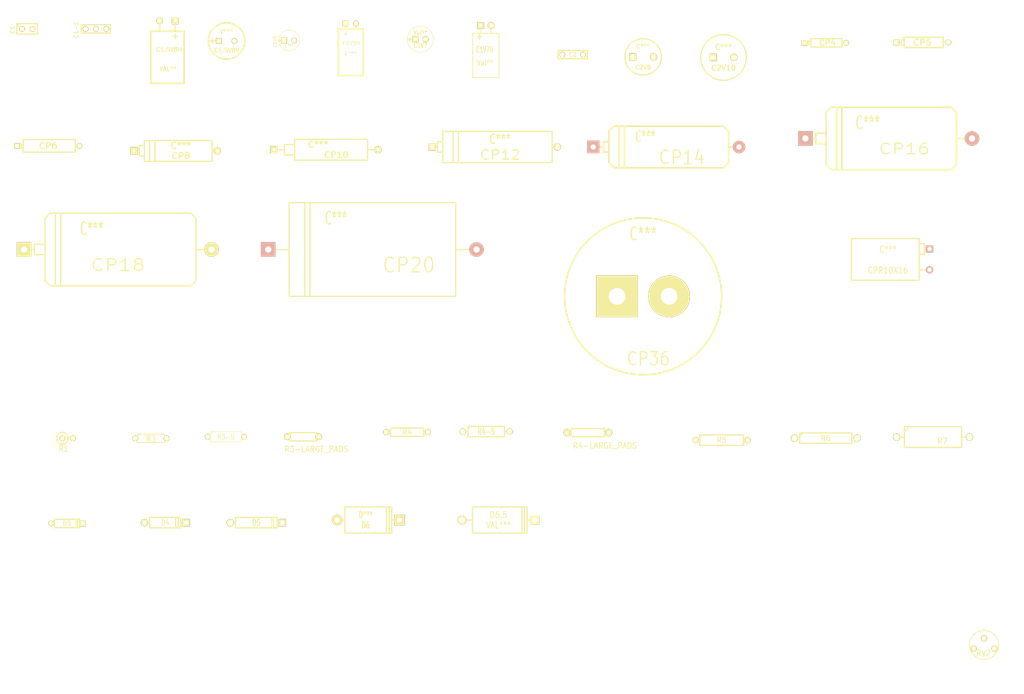
<source format=kicad_pcb>
(kicad_pcb (version 3) (host pcbnew "(2013-02-27 BZR 3976)-stable")

  (general
    (links 1)
    (no_connects 1)
    (area 12.553715 13.752961 265.167615 182.6245)
    (thickness 1.6)
    (drawings 125)
    (tracks 0)
    (zones 0)
    (modules 39)
    (nets 6)
  )

  (page A)
  (layers
    (15 F.Cu signal)
    (0 B.Cu signal)
    (16 B.Adhes user)
    (17 F.Adhes user)
    (18 B.Paste user)
    (19 F.Paste user)
    (20 B.SilkS user)
    (21 F.SilkS user)
    (22 B.Mask user)
    (23 F.Mask user)
    (24 Dwgs.User user)
    (25 Cmts.User user)
    (26 Eco1.User user)
    (27 Eco2.User user)
    (28 Edge.Cuts user)
  )

  (setup
    (last_trace_width 0.254)
    (trace_clearance 0.254)
    (zone_clearance 0.508)
    (zone_45_only no)
    (trace_min 0.254)
    (segment_width 0.2)
    (edge_width 0.15)
    (via_size 0.889)
    (via_drill 0.635)
    (via_min_size 0.889)
    (via_min_drill 0.508)
    (uvia_size 0.508)
    (uvia_drill 0.127)
    (uvias_allowed no)
    (uvia_min_size 0.508)
    (uvia_min_drill 0.127)
    (pcb_text_width 0.3)
    (pcb_text_size 1.5 1.5)
    (mod_edge_width 0.15)
    (mod_text_size 1.5 1.5)
    (mod_text_width 0.15)
    (pad_size 1.524 1.524)
    (pad_drill 0.762)
    (pad_to_mask_clearance 0.2)
    (aux_axis_origin 0 0)
    (visible_elements FFFFFFBF)
    (pcbplotparams
      (layerselection 3178497)
      (usegerberextensions true)
      (excludeedgelayer true)
      (linewidth 100000)
      (plotframeref false)
      (viasonmask false)
      (mode 1)
      (useauxorigin false)
      (hpglpennumber 1)
      (hpglpenspeed 20)
      (hpglpendiameter 15)
      (hpglpenoverlay 2)
      (psnegative false)
      (psa4output false)
      (plotreference true)
      (plotvalue true)
      (plotothertext true)
      (plotinvisibletext false)
      (padsonsilk false)
      (subtractmaskfromsilk false)
      (outputformat 1)
      (mirror false)
      (drillshape 1)
      (scaleselection 1)
      (outputdirectory ""))
  )

  (net 0 "")
  (net 1 +BATT_1)
  (net 2 GND)
  (net 3 MASSE)
  (net 4 N-000285)
  (net 5 N-000286)

  (net_class Default "This is the default net class."
    (clearance 0.254)
    (trace_width 0.254)
    (via_dia 0.889)
    (via_drill 0.635)
    (uvia_dia 0.508)
    (uvia_drill 0.127)
    (add_net "")
    (add_net +BATT_1)
    (add_net GND)
    (add_net MASSE)
    (add_net N-000285)
    (add_net N-000286)
  )

  (module C1 (layer F.Cu) (tedit 513E1250) (tstamp 513E1D63)
    (at 19.029 20.452)
    (descr "Condensateur e = 1 pas")
    (tags C)
    (fp_text reference C1 (at -3.556 0.254 90) (layer F.SilkS)
      (effects (font (size 1.016 1.016) (thickness 0.2032)))
    )
    (fp_text value V*** (at 0 -2.286) (layer F.SilkS) hide
      (effects (font (size 1.016 1.016) (thickness 0.2032)))
    )
    (fp_line (start -2.4892 -1.27) (end 2.54 -1.27) (layer F.SilkS) (width 0.3048))
    (fp_line (start 2.54 -1.27) (end 2.54 1.27) (layer F.SilkS) (width 0.3048))
    (fp_line (start 2.54 1.27) (end -2.54 1.27) (layer F.SilkS) (width 0.3048))
    (fp_line (start -2.54 1.27) (end -2.54 -1.27) (layer F.SilkS) (width 0.3048))
    (fp_line (start -2.54 -0.635) (end -1.905 -1.27) (layer F.SilkS) (width 0.3048))
    (pad 1 thru_hole circle (at -1.27 0) (size 1.397 1.397) (drill 0.8128)
      (layers *.Cu *.Mask F.SilkS)
    )
    (pad 2 thru_hole circle (at 1.27 0) (size 1.397 1.397) (drill 0.8128)
      (layers *.Cu *.Mask F.SilkS)
    )
    (model discret/capa_1_pas.wrl
      (at (xyz 0 0 0))
      (scale (xyz 1 1 1))
      (rotate (xyz 0 0 0))
    )
  )

  (module C1-1 (layer F.Cu) (tedit 513E124A) (tstamp 513E2379)
    (at 35.793 20.452)
    (descr "Condensateur e = 1 ou 2 pas")
    (tags C)
    (fp_text reference C1-1 (at -4.826 0.254 90) (layer F.SilkS)
      (effects (font (size 1.016 1.016) (thickness 0.2032)))
    )
    (fp_text value C*** (at 0 2.032) (layer F.SilkS) hide
      (effects (font (size 1.016 1.016) (thickness 0.2032)))
    )
    (fp_line (start -3.556 -1.016) (end 3.556 -1.016) (layer F.SilkS) (width 0.3048))
    (fp_line (start 3.556 -1.016) (end 3.556 1.016) (layer F.SilkS) (width 0.3048))
    (fp_line (start 3.556 1.016) (end -3.556 1.016) (layer F.SilkS) (width 0.3048))
    (fp_line (start -3.556 1.016) (end -3.556 -1.016) (layer F.SilkS) (width 0.3048))
    (fp_line (start -3.556 -0.508) (end -3.048 -1.016) (layer F.SilkS) (width 0.3048))
    (pad 1 thru_hole circle (at -2.54 0) (size 1.397 1.397) (drill 0.8128)
      (layers *.Cu *.Mask F.SilkS)
    )
    (pad 2 thru_hole circle (at 2.54 0) (size 1.397 1.397) (drill 0.8128)
      (layers *.Cu *.Mask F.SilkS)
    )
    (pad 2 thru_hole circle (at 0 0) (size 1.397 1.397) (drill 0.8128)
      (layers *.Cu *.Mask F.SilkS)
    )
    (model discret/capa_2pas_5x5mm.wrl
      (at (xyz 0 0 0))
      (scale (xyz 1 1 1))
      (rotate (xyz 0 0 0))
    )
  )

  (module C1.5V8H (layer F.Cu) (tedit 41AF2D97) (tstamp 513E299F)
    (at 53.2428 18.4962)
    (fp_text reference C1.5V8H (at 0.381 6.985) (layer F.SilkS)
      (effects (font (size 1.016 1.016) (thickness 0.2032)))
    )
    (fp_text value VAL** (at 0.127 11.684) (layer F.SilkS)
      (effects (font (size 1.016 1.016) (thickness 0.2032)))
    )
    (fp_text user + (at 1.905 3.683) (layer F.SilkS)
      (effects (font (size 1.524 1.524) (thickness 0.3048)))
    )
    (fp_line (start -4.064 15.24) (end 4.064 15.24) (layer F.SilkS) (width 0.381))
    (fp_line (start 4.064 2.54) (end -4.064 2.54) (layer F.SilkS) (width 0.381))
    (fp_line (start -4.064 2.54) (end -4.064 15.24) (layer F.SilkS) (width 0.381))
    (fp_line (start 4.064 2.54) (end 4.064 15.24) (layer F.SilkS) (width 0.381))
    (fp_line (start -1.905 0) (end -1.905 2.54) (layer F.SilkS) (width 0.381))
    (fp_line (start 1.905 0) (end 1.905 2.54) (layer F.SilkS) (width 0.381))
    (pad 1 thru_hole rect (at 1.905 0) (size 1.651 1.651) (drill 0.8128)
      (layers *.Cu *.Mask F.SilkS)
    )
    (pad 2 thru_hole circle (at -1.905 0) (size 1.651 1.651) (drill 0.8128)
      (layers *.Cu *.Mask F.SilkS)
    )
    (model discret/c_horiz_c1v7.wrl
      (at (xyz 0 0 0))
      (scale (xyz 1.5 1.5 1.5))
      (rotate (xyz 0 0 0))
    )
  )

  (module C1.5V8V (layer F.Cu) (tedit 4512B232) (tstamp 513E2FA7)
    (at 67.67 23.3984)
    (fp_text reference C1.5V8V (at 0 2.286) (layer F.SilkS)
      (effects (font (size 1.016 1.016) (thickness 0.2032)))
    )
    (fp_text value V*** (at 0 -2.286) (layer F.SilkS)
      (effects (font (size 1.016 1.016) (thickness 0.2032)))
    )
    (fp_text user + (at -3.429 -0.127) (layer F.SilkS)
      (effects (font (size 1.524 1.524) (thickness 0.3048)))
    )
    (fp_circle (center 0 0) (end 0 4.445) (layer F.SilkS) (width 0.381))
    (pad 1 thru_hole rect (at -1.905 0) (size 1.397 1.397) (drill 0.8128)
      (layers *.Cu *.Mask F.SilkS)
    )
    (pad 2 thru_hole circle (at 1.905 0) (size 1.397 1.397) (drill 0.8128)
      (layers *.Cu *.Mask F.SilkS)
    )
    (model discret/c_vert_c1v8.wrl
      (at (xyz 0 0 0))
      (scale (xyz 1.5 1.5 1))
      (rotate (xyz 0 0 0))
    )
  )

  (module C1V5 (layer F.Cu) (tedit 513E13B8) (tstamp 513E35CD)
    (at 82.91 23.2714)
    (descr "Condensateur e = 1 pas")
    (tags C)
    (fp_text reference C1V5 (at -3.429 0.2794 90) (layer F.SilkS)
      (effects (font (size 0.762 0.762) (thickness 0.127)))
    )
    (fp_text value C*** (at 0 1.27) (layer F.SilkS)
      (effects (font (size 0.762 0.635) (thickness 0.127)))
    )
    (fp_text user + (at -2.286 0) (layer F.SilkS)
      (effects (font (size 0.762 0.762) (thickness 0.2032)))
    )
    (fp_circle (center 0 0) (end 0.127 -2.54) (layer F.SilkS) (width 0.127))
    (pad 1 thru_hole rect (at -1.27 0) (size 1.397 1.397) (drill 0.8128)
      (layers *.Cu *.Mask F.SilkS)
    )
    (pad 2 thru_hole circle (at 1.27 0) (size 1.397 1.397) (drill 0.8128)
      (layers *.Cu *.Mask F.SilkS)
    )
    (model discret/c_vert_c1v5.wrl
      (at (xyz 0 0 0))
      (scale (xyz 1 1 1))
      (rotate (xyz 0 0 0))
    )
  )

  (module C1V5H (layer F.Cu) (tedit 513E1431) (tstamp 513E3BDC)
    (at 97.9722 19.1312)
    (descr "Condensateur e = 1 pas")
    (tags C)
    (fp_text reference C1V5H (at 0.1016 4.8006) (layer F.SilkS)
      (effects (font (size 0.889 0.889) (thickness 0.127)))
    )
    (fp_text value C*** (at -0.1016 7.3152) (layer F.SilkS)
      (effects (font (size 0.889 0.889) (thickness 0.127)))
    )
    (fp_line (start -3.048 12.7) (end 3.048 12.7) (layer F.SilkS) (width 0.381))
    (fp_line (start -3.048 1.27) (end 3.048 1.27) (layer F.SilkS) (width 0.381))
    (fp_line (start -3.048 12.7) (end -3.048 1.27) (layer F.SilkS) (width 0.381))
    (fp_line (start 3.048 1.27) (end 3.048 12.7) (layer F.SilkS) (width 0.381))
    (fp_line (start -1.27 0) (end -1.27 1.27) (layer F.SilkS) (width 0.381))
    (fp_line (start 1.27 0) (end 1.27 1.27) (layer F.SilkS) (width 0.381))
    (fp_text user + (at -1.27 2.54) (layer F.SilkS)
      (effects (font (size 0.762 0.762) (thickness 0.2032)))
    )
    (pad 1 thru_hole rect (at -1.27 0) (size 1.397 1.397) (drill 0.8128)
      (layers *.Cu *.Mask F.SilkS)
    )
    (pad 2 thru_hole circle (at 1.27 0) (size 1.397 1.397) (drill 0.8128)
      (layers *.Cu *.Mask F.SilkS)
    )
    (model discret/c_horiz_c1v5.wrl
      (at (xyz 0 0 0))
      (scale (xyz 1 1 1))
      (rotate (xyz 0 0 0))
    )
  )

  (module C1V7 (layer F.Cu) (tedit 200000) (tstamp 513E41FE)
    (at 114.9394 22.9666)
    (fp_text reference C1V7 (at 0 1.524) (layer F.SilkS)
      (effects (font (size 1.143 0.889) (thickness 0.2032)))
    )
    (fp_text value Val** (at 0 -1.524) (layer F.SilkS)
      (effects (font (size 1.143 0.889) (thickness 0.2032)))
    )
    (fp_text user + (at -2.54 0) (layer F.SilkS)
      (effects (font (size 1.143 1.143) (thickness 0.3048)))
    )
    (fp_circle (center 0 0) (end 3.175 0) (layer F.SilkS) (width 0.127))
    (pad 1 thru_hole rect (at -1.27 0) (size 1.524 1.524) (drill 0.8128)
      (layers *.Cu *.Mask F.SilkS)
    )
    (pad 2 thru_hole circle (at 1.27 0) (size 1.524 1.524) (drill 0.8128)
      (layers *.Cu *.Mask F.SilkS)
    )
    (model discret/c_vert_c1v7.wrl
      (at (xyz 0 0 0))
      (scale (xyz 1 1 1))
      (rotate (xyz 0 0 0))
    )
  )

  (module C1V7H (layer F.Cu) (tedit 513E14BE) (tstamp 513E4805)
    (at 130.916 19.6138)
    (fp_text reference C1V7H (at -0.3048 5.9182) (layer F.SilkS)
      (effects (font (size 1.524 0.8636) (thickness 0.2032)))
    )
    (fp_text value Val** (at -0.2032 9.1186) (layer F.SilkS)
      (effects (font (size 1.27 1.016) (thickness 0.2032)))
    )
    (fp_text user + (at -1.524 2.667) (layer F.SilkS)
      (effects (font (size 1.524 1.524) (thickness 0.3048)))
    )
    (fp_line (start 3.2004 1.905) (end -3.2004 1.905) (layer F.SilkS) (width 0.2032))
    (fp_line (start -3.21056 1.905) (end -3.21056 12.7) (layer F.SilkS) (width 0.2032))
    (fp_line (start -3.2004 12.7) (end 3.2004 12.7) (layer F.SilkS) (width 0.2032))
    (fp_line (start 3.21056 12.7) (end 3.21056 1.905) (layer F.SilkS) (width 0.2032))
    (fp_line (start -1.27 0) (end -1.27 1.905) (layer F.SilkS) (width 0.2032))
    (fp_line (start 1.27 0) (end 1.27 1.905) (layer F.SilkS) (width 0.2032))
    (pad 1 thru_hole rect (at -1.27 0) (size 1.651 1.651) (drill 0.8128)
      (layers *.Cu *.Mask F.SilkS)
    )
    (pad 2 thru_hole circle (at 1.27 0) (size 1.651 1.651) (drill 0.8128)
      (layers *.Cu *.Mask F.SilkS)
    )
    (model discret/c_horiz_c1v7.wrl
      (at (xyz 0 0 0))
      (scale (xyz 1 1 1))
      (rotate (xyz 0 0 0))
    )
  )

  (module C2 (layer F.Cu) (tedit 200000) (tstamp 513E4E74)
    (at 152.0996 26.7258)
    (descr "Condensateur = 2 pas")
    (tags C)
    (fp_text reference C2 (at 0 0) (layer F.SilkS)
      (effects (font (size 1.016 1.016) (thickness 0.2032)))
    )
    (fp_text value C*** (at 0 0) (layer F.SilkS) hide
      (effects (font (size 1.016 1.016) (thickness 0.2032)))
    )
    (fp_line (start -3.556 -1.016) (end 3.556 -1.016) (layer F.SilkS) (width 0.3048))
    (fp_line (start 3.556 -1.016) (end 3.556 1.016) (layer F.SilkS) (width 0.3048))
    (fp_line (start 3.556 1.016) (end -3.556 1.016) (layer F.SilkS) (width 0.3048))
    (fp_line (start -3.556 1.016) (end -3.556 -1.016) (layer F.SilkS) (width 0.3048))
    (fp_line (start -3.556 -0.508) (end -3.048 -1.016) (layer F.SilkS) (width 0.3048))
    (pad 1 thru_hole circle (at -2.54 0) (size 1.397 1.397) (drill 0.8128)
      (layers *.Cu *.Mask F.SilkS)
    )
    (pad 2 thru_hole circle (at 2.54 0) (size 1.397 1.397) (drill 0.8128)
      (layers *.Cu *.Mask F.SilkS)
    )
    (model discret/capa_2pas_5x5mm.wrl
      (at (xyz 0 0 0))
      (scale (xyz 1 1 1))
      (rotate (xyz 0 0 0))
    )
  )

  (module C2V8 (layer F.Cu) (tedit 46544AA3) (tstamp 513E5475)
    (at 169.27 27.2846)
    (descr "Condensateur polarise")
    (tags CP)
    (fp_text reference C2V8 (at 0 2.54) (layer F.SilkS)
      (effects (font (size 1.016 1.016) (thickness 0.2032)))
    )
    (fp_text value C*** (at 0 -2.54) (layer F.SilkS)
      (effects (font (size 1.016 1.016) (thickness 0.2032)))
    )
    (fp_circle (center 0 0) (end -4.445 0) (layer F.SilkS) (width 0.3048))
    (pad 1 thru_hole rect (at -2.54 0) (size 1.778 1.778) (drill 1.016)
      (layers *.Cu *.Mask F.SilkS)
    )
    (pad 2 thru_hole circle (at 2.54 0) (size 1.778 1.778) (drill 1.016)
      (layers *.Cu *.Mask F.SilkS)
    )
    (model discret/c_vert_c2v10.wrl
      (at (xyz 0 0 0))
      (scale (xyz 1 1 1))
      (rotate (xyz 0 0 0))
    )
  )

  (module C2V10 (layer F.Cu) (tedit 41854742) (tstamp 513E5A6E)
    (at 188.8788 27.4116)
    (descr "Condensateur polarise")
    (tags CP)
    (fp_text reference C2V10 (at 0 2.54) (layer F.SilkS)
      (effects (font (size 1.27 1.27) (thickness 0.254)))
    )
    (fp_text value C*** (at 0 -2.54) (layer F.SilkS)
      (effects (font (size 1.27 1.27) (thickness 0.254)))
    )
    (fp_circle (center 0 0) (end 4.826 -2.794) (layer F.SilkS) (width 0.3048))
    (pad 1 thru_hole rect (at -2.54 0) (size 1.778 1.778) (drill 1.016)
      (layers *.Cu *.Mask F.SilkS)
    )
    (pad 2 thru_hole circle (at 2.54 0) (size 1.778 1.778) (drill 1.016)
      (layers *.Cu *.Mask F.SilkS)
    )
    (model discret/c_vert_c2v10.wrl
      (at (xyz 0 0 0))
      (scale (xyz 1 1 1))
      (rotate (xyz 0 0 0))
    )
  )

  (module CP4 (layer F.Cu) (tedit 200000) (tstamp 513E6079)
    (at 213.72 23.8556)
    (descr "Condensateur polarise")
    (tags CP)
    (fp_text reference CP4 (at 0.508 0) (layer F.SilkS)
      (effects (font (size 1.27 1.397) (thickness 0.254)))
    )
    (fp_text value C*** (at 0.508 0) (layer F.SilkS) hide
      (effects (font (size 1.27 1.143) (thickness 0.254)))
    )
    (fp_line (start 5.08 0) (end 4.064 0) (layer F.SilkS) (width 0.3048))
    (fp_line (start 4.064 0) (end 4.064 1.016) (layer F.SilkS) (width 0.3048))
    (fp_line (start 4.064 1.016) (end -3.556 1.016) (layer F.SilkS) (width 0.3048))
    (fp_line (start -3.556 1.016) (end -3.556 -1.016) (layer F.SilkS) (width 0.3048))
    (fp_line (start -3.556 -1.016) (end 4.064 -1.016) (layer F.SilkS) (width 0.3048))
    (fp_line (start 4.064 -1.016) (end 4.064 0) (layer F.SilkS) (width 0.3048))
    (fp_line (start -5.08 0) (end -4.064 0) (layer F.SilkS) (width 0.3048))
    (fp_line (start -3.556 0.508) (end -4.064 0.508) (layer F.SilkS) (width 0.3048))
    (fp_line (start -4.064 0.508) (end -4.064 -0.508) (layer F.SilkS) (width 0.3048))
    (fp_line (start -4.064 -0.508) (end -3.556 -0.508) (layer F.SilkS) (width 0.3048))
    (pad 1 thru_hole rect (at -5.08 0) (size 1.397 1.397) (drill 0.8128)
      (layers *.Cu *.Mask F.SilkS)
    )
    (pad 2 thru_hole circle (at 5.08 0) (size 1.397 1.397) (drill 0.8128)
      (layers *.Cu *.Mask F.SilkS)
    )
    (model discret/c_pol.wrl
      (at (xyz 0 0 0))
      (scale (xyz 0.4 0.4 0.4))
      (rotate (xyz 0 0 0))
    )
  )

  (module CP5 (layer F.Cu) (tedit 200000) (tstamp 513E66AC)
    (at 237.3674 23.754)
    (descr "Condensateur polarise")
    (tags CP)
    (fp_text reference CP5 (at 0 0) (layer F.SilkS)
      (effects (font (size 1.524 1.524) (thickness 0.3048)))
    )
    (fp_text value C*** (at 0 0) (layer F.SilkS) hide
      (effects (font (size 1.524 1.3335) (thickness 0.3048)))
    )
    (fp_line (start -4.445 -1.27) (end -4.445 -1.27) (layer F.SilkS) (width 0.3048))
    (fp_line (start -4.445 -1.27) (end -4.445 -1.27) (layer F.SilkS) (width 0.3048))
    (fp_line (start -4.445 -1.27) (end -4.445 -1.27) (layer F.SilkS) (width 0.3048))
    (fp_line (start -4.445 -1.27) (end 5.08 -1.27) (layer F.SilkS) (width 0.3048))
    (fp_line (start 5.08 -1.27) (end 5.08 1.27) (layer F.SilkS) (width 0.3048))
    (fp_line (start 5.08 1.27) (end -4.445 1.27) (layer F.SilkS) (width 0.3048))
    (fp_line (start -4.445 1.27) (end -4.445 -1.27) (layer F.SilkS) (width 0.3048))
    (fp_line (start -4.445 -0.635) (end -4.445 -0.635) (layer F.SilkS) (width 0.3048))
    (fp_line (start -4.445 -0.635) (end -5.08 -0.635) (layer F.SilkS) (width 0.3048))
    (fp_line (start -5.08 -0.635) (end -5.08 0.635) (layer F.SilkS) (width 0.3048))
    (fp_line (start -5.08 0.635) (end -4.445 0.635) (layer F.SilkS) (width 0.3048))
    (fp_line (start -6.35 0) (end -6.35 0) (layer F.SilkS) (width 0.3048))
    (fp_line (start -6.35 0) (end -5.08 0) (layer F.SilkS) (width 0.3048))
    (fp_line (start -5.08 0) (end -5.08 0) (layer F.SilkS) (width 0.3048))
    (fp_line (start -5.08 0) (end -5.08 0) (layer F.SilkS) (width 0.3048))
    (fp_line (start 5.08 0) (end 5.08 0) (layer F.SilkS) (width 0.3048))
    (fp_line (start 5.08 0) (end 5.08 0) (layer F.SilkS) (width 0.3048))
    (fp_line (start 5.08 0) (end 6.35 0) (layer F.SilkS) (width 0.3048))
    (fp_line (start 6.35 0) (end 6.35 0) (layer F.SilkS) (width 0.3048))
    (fp_line (start 6.35 0) (end 6.35 0) (layer F.SilkS) (width 0.3048))
    (fp_line (start 6.35 0) (end 6.35 0) (layer F.SilkS) (width 0.3048))
    (pad 1 thru_hole rect (at -6.35 0) (size 1.397 1.397) (drill 0.8128)
      (layers *.Cu *.Mask F.SilkS)
    )
    (pad 2 thru_hole circle (at 6.35 0) (size 1.397 1.397) (drill 0.8128)
      (layers *.Cu *.Mask F.SilkS)
    )
    (model discret/c_pol.wrl
      (at (xyz 0 0 0))
      (scale (xyz 0.5 0.5 0.5))
      (rotate (xyz 0 0 0))
    )
  )

  (module CP6 (layer F.Cu) (tedit 200000) (tstamp 513E6CDF)
    (at 24.1598 49.0016)
    (descr "Condensateur polarise")
    (tags CP)
    (fp_text reference CP6 (at 0 0) (layer F.SilkS)
      (effects (font (size 1.524 1.524) (thickness 0.3048)))
    )
    (fp_text value C*** (at 0.635 0) (layer F.SilkS) hide
      (effects (font (size 1.524 1.524) (thickness 0.3048)))
    )
    (fp_line (start -7.62 0) (end -6.604 0) (layer F.SilkS) (width 0.3048))
    (fp_line (start -6.096 0.508) (end -6.604 0.508) (layer F.SilkS) (width 0.3048))
    (fp_line (start -6.604 0.508) (end -6.604 -0.508) (layer F.SilkS) (width 0.3048))
    (fp_line (start -6.604 -0.508) (end -6.096 -0.508) (layer F.SilkS) (width 0.3048))
    (fp_line (start 7.62 0) (end 6.604 0) (layer F.SilkS) (width 0.3048))
    (fp_line (start 6.604 0) (end 6.604 -1.524) (layer F.SilkS) (width 0.3048))
    (fp_line (start 6.604 -1.524) (end -6.096 -1.524) (layer F.SilkS) (width 0.3048))
    (fp_line (start -6.096 -1.524) (end -6.096 1.524) (layer F.SilkS) (width 0.3048))
    (fp_line (start -6.096 1.524) (end 6.604 1.524) (layer F.SilkS) (width 0.3048))
    (fp_line (start 6.604 1.524) (end 6.604 0) (layer F.SilkS) (width 0.3048))
    (pad 1 thru_hole rect (at -7.62 0) (size 1.397 1.397) (drill 0.8128)
      (layers *.Cu *.Mask F.SilkS)
    )
    (pad 2 thru_hole circle (at 7.62 0) (size 1.397 1.397) (drill 0.8128)
      (layers *.Cu *.Mask F.SilkS)
    )
    (model discret/c_pol.wrl
      (at (xyz 0 0 0))
      (scale (xyz 0.6 0.6 0.6))
      (rotate (xyz 0 0 0))
    )
  )

  (module CP8 (layer F.Cu) (tedit 200000) (tstamp 513E72FE)
    (at 55.2494 50.2208)
    (descr "Condensateur polarise")
    (tags CP)
    (fp_text reference CP8 (at 1.27 1.27) (layer F.SilkS)
      (effects (font (size 1.524 1.524) (thickness 0.3048)))
    )
    (fp_text value C*** (at 1.27 -1.27) (layer F.SilkS)
      (effects (font (size 1.524 1.524) (thickness 0.3048)))
    )
    (fp_line (start -10.16 0) (end -8.89 0) (layer F.SilkS) (width 0.3048))
    (fp_line (start -7.62 1.27) (end -8.89 1.27) (layer F.SilkS) (width 0.3048))
    (fp_line (start -8.89 1.27) (end -8.89 -1.27) (layer F.SilkS) (width 0.3048))
    (fp_line (start -8.89 -1.27) (end -7.62 -1.27) (layer F.SilkS) (width 0.3048))
    (fp_line (start -7.62 2.54) (end -7.62 -2.54) (layer F.SilkS) (width 0.3048))
    (fp_line (start -7.62 -2.54) (end 8.89 -2.54) (layer F.SilkS) (width 0.3048))
    (fp_line (start 8.89 -2.54) (end 8.89 2.54) (layer F.SilkS) (width 0.3048))
    (fp_line (start 8.89 2.54) (end -7.62 2.54) (layer F.SilkS) (width 0.3048))
    (fp_line (start 8.89 0) (end 10.16 0) (layer F.SilkS) (width 0.3048))
    (fp_line (start -5.08 -2.54) (end -5.08 2.54) (layer F.SilkS) (width 0.3048))
    (fp_line (start -6.35 2.54) (end -6.35 -2.54) (layer F.SilkS) (width 0.3048))
    (pad 1 thru_hole rect (at -10.16 0) (size 1.778 1.778) (drill 0.8128)
      (layers *.Cu *.Mask F.SilkS)
    )
    (pad 2 thru_hole circle (at 10.16 0) (size 1.778 1.778) (drill 0.8128)
      (layers *.Cu *.Mask F.SilkS)
    )
    (model discret/c_pol.wrl
      (at (xyz 0 0 0))
      (scale (xyz 0.8 0.8 0.8))
      (rotate (xyz 0 0 0))
    )
  )

  (module CP10 (layer F.Cu) (tedit 200000) (tstamp 513E791D)
    (at 91.9016 49.9414)
    (descr "Condensateur polarise")
    (tags CP)
    (fp_text reference CP10 (at 2.54 1.27) (layer F.SilkS)
      (effects (font (size 1.524 1.524) (thickness 0.3048)))
    )
    (fp_text value C*** (at -1.905 -1.27) (layer F.SilkS)
      (effects (font (size 1.524 1.524) (thickness 0.3048)))
    )
    (fp_line (start 12.7 0) (end 10.16 0) (layer F.SilkS) (width 0.3048))
    (fp_line (start 10.16 0) (end 10.16 2.54) (layer F.SilkS) (width 0.3048))
    (fp_line (start 10.16 2.54) (end -7.62 2.54) (layer F.SilkS) (width 0.3048))
    (fp_line (start -7.62 2.54) (end -7.62 -2.54) (layer F.SilkS) (width 0.3048))
    (fp_line (start -7.62 -2.54) (end 10.16 -2.54) (layer F.SilkS) (width 0.3048))
    (fp_line (start 10.16 -2.54) (end 10.16 0) (layer F.SilkS) (width 0.3048))
    (fp_line (start -7.62 -1.27) (end -10.16 -1.27) (layer F.SilkS) (width 0.3048))
    (fp_line (start -10.16 -1.27) (end -10.16 1.27) (layer F.SilkS) (width 0.3048))
    (fp_line (start -10.16 1.27) (end -7.62 1.27) (layer F.SilkS) (width 0.3048))
    (fp_line (start -12.7 0) (end -10.16 0) (layer F.SilkS) (width 0.3048))
    (pad 2 thru_hole circle (at 12.7 0) (size 1.778 1.778) (drill 0.8128)
      (layers *.Cu *.Mask F.SilkS)
    )
    (pad 1 thru_hole rect (at -12.7 0) (size 1.778 1.778) (drill 0.8128)
      (layers *.Cu *.Mask F.SilkS)
    )
    (model discret/c_pol.wrl
      (at (xyz 0 0 0))
      (scale (xyz 1 1 1))
      (rotate (xyz 0 0 0))
    )
  )

  (module CP12 (layer F.Cu) (tedit 200000) (tstamp 513E7F3C)
    (at 133.1004 49.281)
    (descr "Condensateur polarise")
    (tags CP)
    (fp_text reference CP12 (at 1.27 1.905) (layer F.SilkS)
      (effects (font (size 2.286 2.54) (thickness 0.3048)))
    )
    (fp_text value C*** (at 1.27 -1.905) (layer F.SilkS)
      (effects (font (size 2.286 1.6002) (thickness 0.3048)))
    )
    (fp_line (start -15.24 0) (end -13.97 0) (layer F.SilkS) (width 0.3048))
    (fp_line (start -12.7 1.27) (end -13.97 1.27) (layer F.SilkS) (width 0.3048))
    (fp_line (start -13.97 1.27) (end -13.97 -1.27) (layer F.SilkS) (width 0.3048))
    (fp_line (start -13.97 -1.27) (end -12.7 -1.27) (layer F.SilkS) (width 0.3048))
    (fp_line (start -12.7 -3.81) (end 13.97 -3.81) (layer F.SilkS) (width 0.3048))
    (fp_line (start 13.97 -3.81) (end 13.97 3.81) (layer F.SilkS) (width 0.3048))
    (fp_line (start 13.97 3.81) (end -12.7 3.81) (layer F.SilkS) (width 0.3048))
    (fp_line (start 13.97 0) (end 15.24 0) (layer F.SilkS) (width 0.3048))
    (fp_line (start -10.16 -3.81) (end -10.16 3.81) (layer F.SilkS) (width 0.3048))
    (fp_line (start -8.89 -3.81) (end -8.89 3.81) (layer F.SilkS) (width 0.3048))
    (fp_line (start -12.7 -3.81) (end -12.7 3.81) (layer F.SilkS) (width 0.3048))
    (pad 1 thru_hole rect (at -15.24 0) (size 1.778 1.778) (drill 1.016)
      (layers *.Cu *.Mask F.SilkS)
    )
    (pad 2 thru_hole circle (at 15.24 0) (size 1.778 1.778) (drill 1.016)
      (layers *.Cu *.Mask F.SilkS)
    )
    (model discret/c_pol.wrl
      (at (xyz 0 0 0))
      (scale (xyz 1.2 1.2 1.2))
      (rotate (xyz 0 0 0))
    )
  )

  (module CP14 (layer F.Cu) (tedit 200000) (tstamp 513E8565)
    (at 174.8834 49.281)
    (descr "Condensateur polarise")
    (tags CP)
    (fp_text reference C*** (at -5.08 -2.54) (layer F.SilkS)
      (effects (font (size 2.58064 1.50114) (thickness 0.3048)))
    )
    (fp_text value CP14 (at 3.81 2.54) (layer F.SilkS)
      (effects (font (size 3.37566 2.87274) (thickness 0.3048)))
    )
    (fp_line (start 15.24 0) (end 17.78 0) (layer F.SilkS) (width 0.381))
    (fp_line (start -13.97 -3.81) (end -12.7 -5.08) (layer F.SilkS) (width 0.381))
    (fp_line (start -12.7 -5.08) (end 13.97 -5.08) (layer F.SilkS) (width 0.381))
    (fp_line (start 13.97 -5.08) (end 15.24 -3.81) (layer F.SilkS) (width 0.381))
    (fp_line (start 15.24 -3.81) (end 15.24 3.81) (layer F.SilkS) (width 0.381))
    (fp_line (start 15.24 3.81) (end 13.97 5.08) (layer F.SilkS) (width 0.381))
    (fp_line (start 13.97 5.08) (end -12.7 5.08) (layer F.SilkS) (width 0.381))
    (fp_line (start -12.7 5.08) (end -13.97 3.81) (layer F.SilkS) (width 0.381))
    (fp_line (start -13.97 3.81) (end -13.97 -3.81) (layer F.SilkS) (width 0.381))
    (fp_line (start -10.16 5.08) (end -10.16 -5.08) (layer F.SilkS) (width 0.381))
    (fp_line (start -13.97 -1.27) (end -15.24 -1.27) (layer F.SilkS) (width 0.381))
    (fp_line (start -15.24 -1.27) (end -15.24 1.27) (layer F.SilkS) (width 0.381))
    (fp_line (start -15.24 1.27) (end -13.97 1.27) (layer F.SilkS) (width 0.381))
    (fp_line (start -15.24 0) (end -17.78 0) (layer F.SilkS) (width 0.381))
    (fp_line (start -11.43 5.08) (end -11.43 -5.08) (layer F.SilkS) (width 0.381))
    (pad 1 thru_hole rect (at -17.78 0) (size 3.048 3.048) (drill 1.27)
      (layers *.Cu *.SilkS *.Mask)
    )
    (pad 2 thru_hole circle (at 17.78 0) (size 3.048 3.048) (drill 1.27)
      (layers *.Cu *.SilkS *.Mask)
    )
    (model discret/c_pol.wrl
      (at (xyz 0 0 0))
      (scale (xyz 1.4 1.4 1.4))
      (rotate (xyz 0 0 0))
    )
  )

  (module CP16 (layer F.Cu) (tedit 200000) (tstamp 513E8B9A)
    (at 229.1632 47.1982)
    (descr "Condensateur polarise")
    (tags CP)
    (fp_text reference C*** (at -5.08 -3.81) (layer F.SilkS)
      (effects (font (size 3.13944 1.81864) (thickness 0.3048)))
    )
    (fp_text value CP16 (at 3.81 2.54) (layer F.SilkS)
      (effects (font (size 2.5527 3.2004) (thickness 0.3048)))
    )
    (fp_line (start -15.24 2.54) (end -15.24 -6.35) (layer F.SilkS) (width 0.381))
    (fp_line (start 16.51 5.08) (end 16.51 -6.35) (layer F.SilkS) (width 0.381))
    (fp_line (start 16.51 -6.35) (end 15.24 -7.62) (layer F.SilkS) (width 0.381))
    (fp_line (start 15.24 -7.62) (end -13.97 -7.62) (layer F.SilkS) (width 0.381))
    (fp_line (start 16.51 5.08) (end 16.51 6.35) (layer F.SilkS) (width 0.381))
    (fp_line (start 16.51 6.35) (end 15.24 7.62) (layer F.SilkS) (width 0.381))
    (fp_line (start 15.24 7.62) (end -13.97 7.62) (layer F.SilkS) (width 0.381))
    (fp_line (start -13.97 7.62) (end -15.24 6.35) (layer F.SilkS) (width 0.381))
    (fp_line (start -15.24 6.35) (end -15.24 2.54) (layer F.SilkS) (width 0.381))
    (fp_line (start -17.78 0) (end -20.32 0) (layer F.SilkS) (width 0.381))
    (fp_line (start 20.32 0) (end 16.51 0) (layer F.SilkS) (width 0.381))
    (fp_line (start -12.7 7.62) (end -12.7 -7.62) (layer F.SilkS) (width 0.381))
    (fp_line (start -11.43 7.62) (end -11.43 -7.62) (layer F.SilkS) (width 0.381))
    (fp_line (start -15.24 -1.27) (end -17.78 -1.27) (layer F.SilkS) (width 0.381))
    (fp_line (start -17.78 -1.27) (end -17.78 1.27) (layer F.SilkS) (width 0.381))
    (fp_line (start -17.78 1.27) (end -15.24 1.27) (layer F.SilkS) (width 0.381))
    (fp_line (start -15.24 -6.35) (end -13.97 -7.62) (layer F.SilkS) (width 0.381))
    (pad 1 thru_hole rect (at -20.32 0) (size 3.556 3.556) (drill 1.524)
      (layers *.Cu *.SilkS *.Mask)
    )
    (pad 2 thru_hole circle (at 20.32 0) (size 3.556 3.556) (drill 1.524)
      (layers *.Cu *.SilkS *.Mask)
    )
    (model discret/c_pol.wrl
      (at (xyz 0 0 0))
      (scale (xyz 1.6 1.6 1.6))
      (rotate (xyz 0 0 0))
    )
  )

  (module CP18 (layer F.Cu) (tedit 200000) (tstamp 513E91CF)
    (at 41.1524 74.3)
    (descr "Condensateur polarise")
    (tags CP)
    (fp_text reference C*** (at -6.35 -5.08) (layer F.SilkS)
      (effects (font (size 3.08864 1.75768) (thickness 0.3048)))
    )
    (fp_text value CP18 (at 0 3.81) (layer F.SilkS)
      (effects (font (size 2.88544 3.41376) (thickness 0.3048)))
    )
    (fp_line (start -17.78 -7.62) (end -16.51 -8.89) (layer F.SilkS) (width 0.3048))
    (fp_line (start -16.51 -8.89) (end 17.78 -8.89) (layer F.SilkS) (width 0.3048))
    (fp_line (start 17.78 -8.89) (end 19.05 -7.62) (layer F.SilkS) (width 0.3048))
    (fp_line (start 19.05 -7.62) (end 19.05 7.62) (layer F.SilkS) (width 0.3048))
    (fp_line (start 19.05 7.62) (end 17.78 8.89) (layer F.SilkS) (width 0.3048))
    (fp_line (start 17.78 8.89) (end -16.51 8.89) (layer F.SilkS) (width 0.3048))
    (fp_line (start -16.51 8.89) (end -17.78 7.62) (layer F.SilkS) (width 0.3048))
    (fp_line (start -20.32 0) (end -22.86 0) (layer F.SilkS) (width 0.3048))
    (fp_line (start 19.05 0) (end 22.86 0) (layer F.SilkS) (width 0.3048))
    (fp_line (start -17.78 -1.27) (end -20.32 -1.27) (layer F.SilkS) (width 0.3048))
    (fp_line (start -20.32 -1.27) (end -20.32 1.27) (layer F.SilkS) (width 0.3048))
    (fp_line (start -20.32 1.27) (end -17.78 1.27) (layer F.SilkS) (width 0.3048))
    (fp_line (start -17.78 -7.62) (end -17.78 7.62) (layer F.SilkS) (width 0.3048))
    (fp_line (start -15.24 -8.89) (end -15.24 8.89) (layer F.SilkS) (width 0.3048))
    (fp_line (start -13.97 -8.89) (end -13.97 8.89) (layer F.SilkS) (width 0.3048))
    (pad 1 thru_hole rect (at -22.86 0) (size 3.556 3.556) (drill 1.524)
      (layers *.Cu *.Mask F.SilkS)
    )
    (pad 2 thru_hole circle (at 22.86 0) (size 3.556 3.556) (drill 1.524)
      (layers *.Cu *.Mask F.SilkS)
    )
    (model discret/c_pol.wrl
      (at (xyz 0 0 0))
      (scale (xyz 1.8 1.8 1.8))
      (rotate (xyz 0 0 0))
    )
  )

  (module CP20 (layer F.Cu) (tedit 200000) (tstamp 513E97F4)
    (at 103.23 74.3)
    (descr "Condenstateur polarise")
    (tags CP)
    (fp_text reference C*** (at -8.89 -7.62) (layer F.SilkS)
      (effects (font (size 3.16738 1.6256) (thickness 0.3048)))
    )
    (fp_text value CP20 (at 8.89 3.81) (layer F.SilkS)
      (effects (font (size 3.57632 3.29692) (thickness 0.3048)))
    )
    (fp_line (start -25.4 0) (end -20.32 0) (layer F.SilkS) (width 0.3048))
    (fp_line (start 25.4 0) (end 20.32 0) (layer F.SilkS) (width 0.3048))
    (fp_line (start 20.32 0) (end 20.32 -11.43) (layer F.SilkS) (width 0.3048))
    (fp_line (start 20.32 -11.43) (end -20.32 -11.43) (layer F.SilkS) (width 0.3048))
    (fp_line (start -20.32 -11.43) (end -20.32 11.43) (layer F.SilkS) (width 0.3048))
    (fp_line (start -20.32 11.43) (end 20.32 11.43) (layer F.SilkS) (width 0.3048))
    (fp_line (start 20.32 11.43) (end 20.32 0) (layer F.SilkS) (width 0.3048))
    (fp_line (start -16.51 -11.43) (end -16.51 11.43) (layer F.SilkS) (width 0.3048))
    (fp_line (start -15.24 11.43) (end -15.24 -11.43) (layer F.SilkS) (width 0.3048))
    (pad 1 thru_hole rect (at -25.4 0) (size 3.556 3.556) (drill 1.524)
      (layers *.Cu *.SilkS *.Mask)
    )
    (pad 2 thru_hole circle (at 25.4 0) (size 3.556 3.556) (drill 1.524)
      (layers *.Cu *.SilkS *.Mask)
    )
    (model discret/c_pol.wrl
      (at (xyz 0 0 0))
      (scale (xyz 2 2 2))
      (rotate (xyz 0 0 0))
    )
  )

  (module CP36V (layer F.Cu) (tedit 3F94E337) (tstamp 513E9E0C)
    (at 169.27 85.73)
    (descr "Condensateur polarise vertical")
    (tags CP)
    (fp_text reference C*** (at 0 -15.24) (layer F.SilkS)
      (effects (font (size 3.12166 2.0447) (thickness 0.3048)))
    )
    (fp_text value CP36 (at 1.27 15.24) (layer F.SilkS)
      (effects (font (size 3.16992 2.70764) (thickness 0.3048)))
    )
    (fp_circle (center 0 0) (end 19.05 1.905) (layer F.SilkS) (width 0.381))
    (pad 2 thru_hole circle (at 6.35 0) (size 10.16 10.16) (drill 4.064)
      (layers *.Cu *.Mask F.SilkS)
    )
    (pad 1 thru_hole rect (at -6.35 0) (size 10.16 10.16) (drill 4.064)
      (layers *.Cu *.Mask F.SilkS)
    )
    (model discret/c_vert_big.wrl
      (at (xyz 0 0 0))
      (scale (xyz 1 1 1))
      (rotate (xyz 0 0 0))
    )
  )

  (module CPR10X16 (layer F.Cu) (tedit 416BBCDD) (tstamp 513EA41C)
    (at 239.12 76.84)
    (descr "Condensateur polarise couche")
    (tags CP)
    (fp_text reference C*** (at -10.16 -2.54) (layer F.SilkS)
      (effects (font (size 1.524 1.27) (thickness 0.2032)))
    )
    (fp_text value CPR10X16 (at -10.16 2.54) (layer F.SilkS)
      (effects (font (size 1.524 1.27) (thickness 0.2032)))
    )
    (fp_line (start -2.54 -5.207) (end -19.05 -5.207) (layer F.SilkS) (width 0.3048))
    (fp_line (start -19.05 -5.207) (end -19.05 4.953) (layer F.SilkS) (width 0.3048))
    (fp_line (start -19.05 4.953) (end -2.54 4.953) (layer F.SilkS) (width 0.3048))
    (fp_line (start -2.54 4.953) (end -2.54 -5.207) (layer F.SilkS) (width 0.3048))
    (fp_line (start -2.54 -3.937) (end -1.27 -3.937) (layer F.SilkS) (width 0.3048))
    (fp_line (start -1.27 -3.937) (end -1.27 -1.397) (layer F.SilkS) (width 0.3048))
    (fp_line (start -1.27 -1.397) (end -2.54 -1.397) (layer F.SilkS) (width 0.3048))
    (fp_line (start -1.27 -2.667) (end 0 -2.667) (layer F.SilkS) (width 0.3048))
    (fp_line (start -2.54 2.413) (end 0 2.413) (layer F.SilkS) (width 0.3048))
    (pad 1 thru_hole rect (at 0 -2.667) (size 1.778 1.778) (drill 1.016)
      (layers *.Cu *.SilkS *.Mask)
    )
    (pad 2 thru_hole circle (at 0 2.413) (size 1.778 1.778) (drill 1.016)
      (layers *.Cu *.SilkS *.Mask)
    )
    (model discret/c_horiz_c2v10.wrl
      (at (xyz 0 0 0))
      (scale (xyz 1 1 1))
      (rotate (xyz 0 0 0))
    )
  )

  (module R1 (layer F.Cu) (tedit 200000) (tstamp 513EB6FA)
    (at 28.8969 120.39592)
    (descr "Resistance verticale")
    (tags R)
    (autoplace_cost90 10)
    (autoplace_cost180 10)
    (fp_text reference R1 (at -1.016 2.54) (layer F.SilkS)
      (effects (font (size 1.397 1.27) (thickness 0.2032)))
    )
    (fp_text value VAL* (at -1.143 2.54) (layer F.SilkS) hide
      (effects (font (size 1.397 1.27) (thickness 0.2032)))
    )
    (fp_line (start -1.27 0) (end 1.27 0) (layer F.SilkS) (width 0.381))
    (fp_circle (center -1.27 0) (end -0.635 1.27) (layer F.SilkS) (width 0.381))
    (pad 1 thru_hole circle (at -1.27 0) (size 1.397 1.397) (drill 0.8128)
      (layers *.Cu *.Mask F.SilkS)
    )
    (pad 2 thru_hole circle (at 1.27 0) (size 1.397 1.397) (drill 0.8128)
      (layers *.Cu *.Mask F.SilkS)
    )
    (model discret/verti_resistor.wrl
      (at (xyz 0 0 0))
      (scale (xyz 1 1 1))
      (rotate (xyz 0 0 0))
    )
  )

  (module R3 (layer F.Cu) (tedit 513E1B6F) (tstamp 513F16A1)
    (at 49.2169 120.39592)
    (descr "Resitance 3 pas")
    (tags R)
    (path R3)
    (autoplace_cost180 10)
    (fp_text reference R3 (at 0 0.127) (layer F.SilkS) hide
      (effects (font (size 1.397 1.27) (thickness 0.2032)))
    )
    (fp_text value R3 (at 0 0.127) (layer F.SilkS)
      (effects (font (size 1.397 1.27) (thickness 0.2032)))
    )
    (fp_line (start -3.81 0) (end -3.302 0) (layer F.SilkS) (width 0.2032))
    (fp_line (start 3.81 0) (end 3.302 0) (layer F.SilkS) (width 0.2032))
    (fp_line (start 3.302 0) (end 3.302 -1.016) (layer F.SilkS) (width 0.2032))
    (fp_line (start 3.302 -1.016) (end -3.302 -1.016) (layer F.SilkS) (width 0.2032))
    (fp_line (start -3.302 -1.016) (end -3.302 1.016) (layer F.SilkS) (width 0.2032))
    (fp_line (start -3.302 1.016) (end 3.302 1.016) (layer F.SilkS) (width 0.2032))
    (fp_line (start 3.302 1.016) (end 3.302 0) (layer F.SilkS) (width 0.2032))
    (fp_line (start -3.302 -0.508) (end -2.794 -1.016) (layer F.SilkS) (width 0.2032))
    (pad 1 thru_hole circle (at -3.81 0) (size 1.397 1.397) (drill 0.8128)
      (layers *.Cu *.Mask F.SilkS)
    )
    (pad 2 thru_hole circle (at 3.81 0) (size 1.397 1.397) (drill 0.8128)
      (layers *.Cu *.Mask F.SilkS)
    )
    (model discret/resistor.wrl
      (at (xyz 0 0 0))
      (scale (xyz 0.3 0.3 0.3))
      (rotate (xyz 0 0 0))
    )
  )

  (module R3-5 (layer F.Cu) (tedit 3F979F9F) (tstamp 513F1CC4)
    (at 67.5049 120.01492)
    (fp_text reference R3-5 (at 0 0) (layer F.SilkS)
      (effects (font (size 1.27 1.016) (thickness 0.1524)))
    )
    (fp_text value Val* (at 0 0) (layer F.SilkS) hide
      (effects (font (size 1.27 1.016) (thickness 0.1524)))
    )
    (fp_line (start -3.81 -0.635) (end -3.81 1.27) (layer F.SilkS) (width 0.127))
    (fp_line (start -3.81 1.27) (end 3.81 1.27) (layer F.SilkS) (width 0.127))
    (fp_line (start 3.81 1.27) (end 3.81 -1.27) (layer F.SilkS) (width 0.127))
    (fp_line (start 3.81 -1.27) (end -3.81 -1.27) (layer F.SilkS) (width 0.127))
    (fp_line (start -3.81 -1.27) (end -3.81 -0.635) (layer F.SilkS) (width 0.127))
    (fp_line (start -4.445 0) (end -3.81 0) (layer F.SilkS) (width 0.127))
    (fp_line (start 3.81 0) (end 4.445 0) (layer F.SilkS) (width 0.127))
    (fp_line (start -3.81 -0.635) (end -3.175 -1.27) (layer F.SilkS) (width 0.127))
    (pad 1 thru_hole circle (at -4.445 0) (size 1.397 1.397) (drill 0.8128)
      (layers *.Cu *.Mask F.SilkS)
      (net 4 N-000285)
    )
    (pad 2 thru_hole circle (at 4.445 0) (size 1.397 1.397) (drill 0.8128)
      (layers *.Cu *.Mask F.SilkS)
      (net 5 N-000286)
    )
    (model discret/resistor.wrl
      (at (xyz 0 0 0))
      (scale (xyz 0.35 0.35 0.3))
      (rotate (xyz 0 0 0))
    )
  )

  (module R3-LARGE_PADS (layer F.Cu) (tedit 513E1BDF) (tstamp 513F22D9)
    (at 86.3009 120.01492)
    (descr "Resitance 3 pas")
    (tags R)
    (autoplace_cost180 10)
    (fp_text reference R3-LARGE_PADS (at 3.302 3.048) (layer F.SilkS)
      (effects (font (size 1.397 1.27) (thickness 0.2032)))
    )
    (fp_text value Val* (at 0 0) (layer F.SilkS) hide
      (effects (font (size 1.397 1.27) (thickness 0.2032)))
    )
    (fp_line (start -3.81 0) (end -3.302 0) (layer F.SilkS) (width 0.3048))
    (fp_line (start 3.81 0) (end 3.302 0) (layer F.SilkS) (width 0.3048))
    (fp_line (start 3.302 0) (end 3.302 -1.016) (layer F.SilkS) (width 0.3048))
    (fp_line (start 3.302 -1.016) (end -3.302 -1.016) (layer F.SilkS) (width 0.3048))
    (fp_line (start -3.302 -1.016) (end -3.302 1.016) (layer F.SilkS) (width 0.3048))
    (fp_line (start -3.302 1.016) (end 3.302 1.016) (layer F.SilkS) (width 0.3048))
    (fp_line (start 3.302 1.016) (end 3.302 0) (layer F.SilkS) (width 0.3048))
    (fp_line (start -3.302 -0.508) (end -2.794 -1.016) (layer F.SilkS) (width 0.3048))
    (pad 1 thru_hole circle (at -3.81 0) (size 1.651 1.651) (drill 0.8128)
      (layers *.Cu *.Mask F.SilkS)
    )
    (pad 2 thru_hole circle (at 3.81 0) (size 1.651 1.651) (drill 0.8128)
      (layers *.Cu *.Mask F.SilkS)
    )
    (model discret/resistor.wrl
      (at (xyz 0 0 0))
      (scale (xyz 0.3 0.3 0.3))
      (rotate (xyz 0 0 0))
    )
  )

  (module R4 (layer F.Cu) (tedit 200000) (tstamp 513F2927)
    (at 111.7009 118.87192)
    (descr "Resitance 4 pas")
    (tags R)
    (autoplace_cost180 10)
    (fp_text reference R4 (at 0 0) (layer F.SilkS)
      (effects (font (size 1.397 1.27) (thickness 0.2032)))
    )
    (fp_text value Val* (at 0 0) (layer F.SilkS) hide
      (effects (font (size 1.397 1.27) (thickness 0.2032)))
    )
    (fp_line (start -5.08 0) (end -4.064 0) (layer F.SilkS) (width 0.3048))
    (fp_line (start -4.064 0) (end -4.064 -1.016) (layer F.SilkS) (width 0.3048))
    (fp_line (start -4.064 -1.016) (end 4.064 -1.016) (layer F.SilkS) (width 0.3048))
    (fp_line (start 4.064 -1.016) (end 4.064 1.016) (layer F.SilkS) (width 0.3048))
    (fp_line (start 4.064 1.016) (end -4.064 1.016) (layer F.SilkS) (width 0.3048))
    (fp_line (start -4.064 1.016) (end -4.064 0) (layer F.SilkS) (width 0.3048))
    (fp_line (start -4.064 -0.508) (end -3.556 -1.016) (layer F.SilkS) (width 0.3048))
    (fp_line (start 5.08 0) (end 4.064 0) (layer F.SilkS) (width 0.3048))
    (pad 1 thru_hole circle (at -5.08 0) (size 1.524 1.524) (drill 0.8128)
      (layers *.Cu *.Mask F.SilkS)
    )
    (pad 2 thru_hole circle (at 5.08 0) (size 1.524 1.524) (drill 0.8128)
      (layers *.Cu *.Mask F.SilkS)
    )
    (model discret/resistor.wrl
      (at (xyz 0 0 0))
      (scale (xyz 0.4 0.4 0.4))
      (rotate (xyz 0 0 0))
    )
  )

  (module R4-5 (layer F.Cu) (tedit 513E1C26) (tstamp 513F2F3A)
    (at 131.0049 118.74492)
    (fp_text reference R4-5 (at 0 0) (layer F.SilkS)
      (effects (font (size 1.524 1.016) (thickness 0.254)))
    )
    (fp_text value R4-5 (at 0 0) (layer F.SilkS) hide
      (effects (font (size 1.524 1.016) (thickness 0.3048)))
    )
    (fp_line (start -4.445 -1.27) (end -4.445 1.27) (layer F.SilkS) (width 0.3048))
    (fp_line (start -4.445 1.27) (end 4.445 1.27) (layer F.SilkS) (width 0.3048))
    (fp_line (start 4.445 1.27) (end 4.445 -1.27) (layer F.SilkS) (width 0.3048))
    (fp_line (start 4.445 -1.27) (end -4.445 -1.27) (layer F.SilkS) (width 0.3048))
    (fp_line (start -4.445 -0.635) (end -3.81 -1.27) (layer F.SilkS) (width 0.3048))
    (fp_line (start -4.445 0) (end -5.715 0) (layer F.SilkS) (width 0.3048))
    (fp_line (start 4.445 0) (end 5.715 0) (layer F.SilkS) (width 0.3048))
    (pad 1 thru_hole circle (at -5.715 0) (size 1.524 1.524) (drill 1.016)
      (layers *.Cu *.Mask F.SilkS)
      (net 3 MASSE)
    )
    (pad 2 thru_hole circle (at 5.715 0) (size 1.524 1.524) (drill 1.016)
      (layers *.Cu *.Mask F.SilkS)
      (net 2 GND)
    )
    (model discret/resistor.wrl
      (at (xyz 0 0 0))
      (scale (xyz 0.45 0.45 0.45))
      (rotate (xyz 0 0 0))
    )
  )

  (module R4-LARGE_PADS (layer F.Cu) (tedit 513E1C76) (tstamp 513F355A)
    (at 155.7699 118.99892)
    (descr "Resitance 4 pas")
    (tags R)
    (autoplace_cost180 10)
    (fp_text reference R4-LARGE_PADS (at 4.191 3.175) (layer F.SilkS)
      (effects (font (size 1.397 1.27) (thickness 0.2032)))
    )
    (fp_text value Val* (at 0 0) (layer F.SilkS) hide
      (effects (font (size 1.397 1.27) (thickness 0.2032)))
    )
    (fp_line (start -5.08 0) (end -4.064 0) (layer F.SilkS) (width 0.3048))
    (fp_line (start -4.064 0) (end -4.064 -1.016) (layer F.SilkS) (width 0.3048))
    (fp_line (start -4.064 -1.016) (end 4.064 -1.016) (layer F.SilkS) (width 0.3048))
    (fp_line (start 4.064 -1.016) (end 4.064 1.016) (layer F.SilkS) (width 0.3048))
    (fp_line (start 4.064 1.016) (end -4.064 1.016) (layer F.SilkS) (width 0.3048))
    (fp_line (start -4.064 1.016) (end -4.064 0) (layer F.SilkS) (width 0.3048))
    (fp_line (start -4.064 -0.508) (end -3.556 -1.016) (layer F.SilkS) (width 0.3048))
    (fp_line (start 5.08 0) (end 4.064 0) (layer F.SilkS) (width 0.3048))
    (pad 1 thru_hole circle (at -5.08 0) (size 1.778 1.778) (drill 0.8128)
      (layers *.Cu *.Mask F.SilkS)
    )
    (pad 2 thru_hole circle (at 5.08 0) (size 1.778 1.778) (drill 0.8128)
      (layers *.Cu *.Mask F.SilkS)
    )
    (model discret/resistor.wrl
      (at (xyz 0 0 0))
      (scale (xyz 0.4 0.4 0.4))
      (rotate (xyz 0 0 0))
    )
  )

  (module R5 (layer F.Cu) (tedit 200000) (tstamp 513F3BA7)
    (at 188.4089 120.84042)
    (descr "Resistance 5 pas")
    (tags R)
    (autoplace_cost180 10)
    (fp_text reference R5 (at 0 0) (layer F.SilkS)
      (effects (font (size 1.397 1.27) (thickness 0.2032)))
    )
    (fp_text value Val* (at 0 0) (layer F.SilkS) hide
      (effects (font (size 1.397 1.27) (thickness 0.2032)))
    )
    (fp_line (start -6.35 0) (end -5.334 0) (layer F.SilkS) (width 0.3048))
    (fp_line (start 6.35 0) (end 5.334 0) (layer F.SilkS) (width 0.3048))
    (fp_line (start 5.334 -1.27) (end 5.334 1.27) (layer F.SilkS) (width 0.3048))
    (fp_line (start 5.334 1.27) (end -5.334 1.27) (layer F.SilkS) (width 0.3048))
    (fp_line (start -5.334 1.27) (end -5.334 -1.27) (layer F.SilkS) (width 0.3048))
    (fp_line (start -5.334 -1.27) (end 5.334 -1.27) (layer F.SilkS) (width 0.3048))
    (fp_line (start -5.334 -0.762) (end -4.826 -1.27) (layer F.SilkS) (width 0.3048))
    (pad 1 thru_hole circle (at -6.35 0) (size 1.524 1.524) (drill 0.8128)
      (layers *.Cu *.Mask F.SilkS)
    )
    (pad 2 thru_hole circle (at 6.35 0) (size 1.524 1.524) (drill 0.8128)
      (layers *.Cu *.Mask F.SilkS)
    )
    (model discret/resistor.wrl
      (at (xyz 0 0 0))
      (scale (xyz 0.5 0.5 0.5))
      (rotate (xyz 0 0 0))
    )
  )

  (module R6 (layer F.Cu) (tedit 200000) (tstamp 513F41B8)
    (at 213.8089 120.33242)
    (descr "Resistance 6 pas")
    (tags R)
    (autoplace_cost180 10)
    (fp_text reference R6 (at 0 0) (layer F.SilkS)
      (effects (font (size 1.397 1.27) (thickness 0.2032)))
    )
    (fp_text value Val* (at 0.254 0) (layer F.SilkS) hide
      (effects (font (size 1.397 1.27) (thickness 0.2032)))
    )
    (fp_line (start -6.35 -1.27) (end 6.35 -1.27) (layer F.SilkS) (width 0.3048))
    (fp_line (start 6.35 -1.27) (end 6.35 1.27) (layer F.SilkS) (width 0.3048))
    (fp_line (start 6.35 1.27) (end -6.35 1.27) (layer F.SilkS) (width 0.3048))
    (fp_line (start 6.35 0) (end 7.62 0) (layer F.SilkS) (width 0.3048))
    (fp_line (start -7.62 0) (end -6.35 0) (layer F.SilkS) (width 0.3048))
    (fp_line (start -6.35 -0.508) (end -5.588 -1.27) (layer F.SilkS) (width 0.3048))
    (fp_line (start -6.35 -1.27) (end -6.35 1.27) (layer F.SilkS) (width 0.3048))
    (pad 1 thru_hole circle (at -7.62 0) (size 1.778 1.778) (drill 1.143)
      (layers *.Cu *.Mask F.SilkS)
    )
    (pad 2 thru_hole circle (at 7.62 0) (size 1.778 1.778) (drill 1.143)
      (layers *.Cu *.Mask F.SilkS)
    )
    (model discret/resistor.wrl
      (at (xyz 0 0 0))
      (scale (xyz 0.6 0.6 0.6))
      (rotate (xyz 0 0 0))
    )
  )

  (module R7 (layer F.Cu) (tedit 513E1D37) (tstamp 513F47CF)
    (at 239.9709 120.07842)
    (descr "Resitance 7 pas")
    (tags R)
    (autoplace_cost180 10)
    (fp_text reference R7 (at 2.286 1.016) (layer F.SilkS)
      (effects (font (size 1.397 1.27) (thickness 0.2032)))
    )
    (fp_text value Val* (at -2.286 -1.27) (layer F.SilkS) hide
      (effects (font (size 1.397 1.27) (thickness 0.2032)))
    )
    (fp_line (start -8.89 0) (end -8.89 0) (layer F.SilkS) (width 0.3048))
    (fp_line (start -8.89 0) (end -8.89 0) (layer F.SilkS) (width 0.3048))
    (fp_line (start 6.985 0) (end 8.89 0) (layer F.SilkS) (width 0.3048))
    (fp_line (start 8.89 0) (end 8.89 0) (layer F.SilkS) (width 0.3048))
    (fp_line (start 6.985 2.54) (end -6.985 2.54) (layer F.SilkS) (width 0.3048))
    (fp_line (start -6.985 -2.54) (end 6.985 -2.54) (layer F.SilkS) (width 0.3048))
    (fp_line (start -6.985 -1.27) (end -5.715 -2.54) (layer F.SilkS) (width 0.3048))
    (fp_line (start 6.985 -2.54) (end 6.985 2.54) (layer F.SilkS) (width 0.3048))
    (fp_line (start -6.985 -2.54) (end -6.985 2.54) (layer F.SilkS) (width 0.3048))
    (fp_line (start -8.89 0) (end -6.985 0) (layer F.SilkS) (width 0.3048))
    (pad 1 thru_hole circle (at -8.89 0) (size 1.778 1.778) (drill 1.27)
      (layers *.Cu *.Mask F.SilkS)
    )
    (pad 2 thru_hole circle (at 8.89 0) (size 1.778 1.778) (drill 1.27)
      (layers *.Cu *.Mask F.SilkS)
    )
    (model discret/resistor.wrl
      (at (xyz 0 0 0))
      (scale (xyz 0.7 0.7 0.7))
      (rotate (xyz 0 0 0))
    )
  )

  (module RV2 (layer F.Cu) (tedit 513E1D33) (tstamp 513F4DF4)
    (at 252.4169 170.43392)
    (descr "Resistance variable / potentiometre")
    (tags R)
    (autoplace_cost90 10)
    (autoplace_cost180 10)
    (fp_text reference Val* (at 0 -5.08) (layer F.SilkS) hide
      (effects (font (size 1.397 1.27) (thickness 0.2032)))
    )
    (fp_text value RV2 (at -0.127 2.413) (layer F.SilkS)
      (effects (font (size 1.397 1.27) (thickness 0.2032)))
    )
    (fp_circle (center 0 0.381) (end 0 -3.175) (layer F.SilkS) (width 0.2032))
    (pad 1 thru_hole circle (at -2.54 1.27) (size 1.524 1.524) (drill 0.8128)
      (layers *.Cu *.Mask F.SilkS)
    )
    (pad 2 thru_hole circle (at 0 -1.27) (size 1.524 1.524) (drill 0.8128)
      (layers *.Cu *.Mask F.SilkS)
    )
    (pad 3 thru_hole circle (at 2.54 1.27) (size 1.524 1.524) (drill 0.8128)
      (layers *.Cu *.Mask F.SilkS)
    )
    (model discret/adjustable_rx2.wrl
      (at (xyz 0 0 0))
      (scale (xyz 1 1 1))
      (rotate (xyz 0 0 0))
    )
  )

  (module D3 (layer F.Cu) (tedit 200000) (tstamp 513F54D8)
    (at 28.7064 141.16042)
    (descr "Diode 3 pas")
    (tags "DIODE DEV")
    (fp_text reference D3 (at 0 0) (layer F.SilkS)
      (effects (font (size 1.016 1.016) (thickness 0.2032)))
    )
    (fp_text value D*** (at 0 0) (layer F.SilkS) hide
      (effects (font (size 1.016 1.016) (thickness 0.2032)))
    )
    (fp_line (start 3.81 0) (end 3.048 0) (layer F.SilkS) (width 0.3048))
    (fp_line (start 3.048 0) (end 3.048 -1.016) (layer F.SilkS) (width 0.3048))
    (fp_line (start 3.048 -1.016) (end -3.048 -1.016) (layer F.SilkS) (width 0.3048))
    (fp_line (start -3.048 -1.016) (end -3.048 0) (layer F.SilkS) (width 0.3048))
    (fp_line (start -3.048 0) (end -3.81 0) (layer F.SilkS) (width 0.3048))
    (fp_line (start -3.048 0) (end -3.048 1.016) (layer F.SilkS) (width 0.3048))
    (fp_line (start -3.048 1.016) (end 3.048 1.016) (layer F.SilkS) (width 0.3048))
    (fp_line (start 3.048 1.016) (end 3.048 0) (layer F.SilkS) (width 0.3048))
    (fp_line (start 2.54 -1.016) (end 2.54 1.016) (layer F.SilkS) (width 0.3048))
    (fp_line (start 2.286 1.016) (end 2.286 -1.016) (layer F.SilkS) (width 0.3048))
    (pad 2 thru_hole rect (at 3.81 0) (size 1.397 1.397) (drill 0.8128)
      (layers *.Cu *.Mask F.SilkS)
    )
    (pad 1 thru_hole circle (at -3.81 0) (size 1.397 1.397) (drill 0.8128)
      (layers *.Cu *.Mask F.SilkS)
    )
    (model discret/diode.wrl
      (at (xyz 0 0 0))
      (scale (xyz 0.3 0.3 0.3))
      (rotate (xyz 0 0 0))
    )
  )

  (module D4 (layer F.Cu) (tedit 200000) (tstamp 513F5AF3)
    (at 52.7094 140.96992)
    (descr "Diode 4 pas")
    (tags "DIODE DEV")
    (fp_text reference D4 (at 0 0) (layer F.SilkS)
      (effects (font (size 1.27 1.016) (thickness 0.2032)))
    )
    (fp_text value D*** (at 0 0) (layer F.SilkS) hide
      (effects (font (size 1.27 1.016) (thickness 0.2032)))
    )
    (fp_line (start -3.81 -1.27) (end 3.81 -1.27) (layer F.SilkS) (width 0.3048))
    (fp_line (start 3.81 -1.27) (end 3.81 1.27) (layer F.SilkS) (width 0.3048))
    (fp_line (start 3.81 1.27) (end -3.81 1.27) (layer F.SilkS) (width 0.3048))
    (fp_line (start -3.81 1.27) (end -3.81 -1.27) (layer F.SilkS) (width 0.3048))
    (fp_line (start 3.175 -1.27) (end 3.175 1.27) (layer F.SilkS) (width 0.3048))
    (fp_line (start 2.54 1.27) (end 2.54 -1.27) (layer F.SilkS) (width 0.3048))
    (fp_line (start -3.81 0) (end -5.08 0) (layer F.SilkS) (width 0.3048))
    (fp_line (start 3.81 0) (end 5.08 0) (layer F.SilkS) (width 0.3048))
    (pad 1 thru_hole circle (at -5.08 0) (size 1.778 1.778) (drill 1.016)
      (layers *.Cu *.Mask F.SilkS)
    )
    (pad 2 thru_hole rect (at 5.08 0) (size 1.778 1.778) (drill 1.016)
      (layers *.Cu *.Mask F.SilkS)
    )
    (model discret/diode.wrl
      (at (xyz 0 0 0))
      (scale (xyz 0.4 0.4 0.4))
      (rotate (xyz 0 0 0))
    )
  )

  (module D5 (layer F.Cu) (tedit 200000) (tstamp 513F6121)
    (at 74.9344 140.96992)
    (descr "Diode 5 pas")
    (tags "DIODE DEV")
    (fp_text reference D5 (at 0 0) (layer F.SilkS)
      (effects (font (size 1.524 1.016) (thickness 0.3048)))
    )
    (fp_text value D*** (at -0.254 0) (layer F.SilkS) hide
      (effects (font (size 1.524 1.016) (thickness 0.3048)))
    )
    (fp_line (start 6.35 0) (end 5.08 0) (layer F.SilkS) (width 0.3048))
    (fp_line (start 5.08 0) (end 5.08 -1.27) (layer F.SilkS) (width 0.3048))
    (fp_line (start 5.08 -1.27) (end -5.08 -1.27) (layer F.SilkS) (width 0.3048))
    (fp_line (start -5.08 -1.27) (end -5.08 0) (layer F.SilkS) (width 0.3048))
    (fp_line (start -5.08 0) (end -6.35 0) (layer F.SilkS) (width 0.3048))
    (fp_line (start -5.08 0) (end -5.08 1.27) (layer F.SilkS) (width 0.3048))
    (fp_line (start -5.08 1.27) (end 5.08 1.27) (layer F.SilkS) (width 0.3048))
    (fp_line (start 5.08 1.27) (end 5.08 0) (layer F.SilkS) (width 0.3048))
    (fp_line (start 3.81 -1.27) (end 3.81 1.27) (layer F.SilkS) (width 0.3048))
    (fp_line (start 4.064 -1.27) (end 4.064 1.27) (layer F.SilkS) (width 0.3048))
    (pad 1 thru_hole circle (at -6.35 0) (size 1.778 1.778) (drill 1.143)
      (layers *.Cu *.Mask F.SilkS)
    )
    (pad 2 thru_hole rect (at 6.35 0) (size 1.778 1.778) (drill 1.143)
      (layers *.Cu *.Mask F.SilkS)
    )
    (model discret/diode.wrl
      (at (xyz 0 0 0))
      (scale (xyz 0.5 0.5 0.5))
      (rotate (xyz 0 0 0))
    )
  )

  (module D6 (layer F.Cu) (tedit 200000) (tstamp 513F673C)
    (at 102.2394 140.33492)
    (descr "Diode 6 pas")
    (tags DIODE)
    (fp_text reference D6 (at -0.635 1.27) (layer F.SilkS)
      (effects (font (size 1.524 1.016) (thickness 0.3048)))
    )
    (fp_text value D*** (at -0.635 -1.27) (layer F.SilkS)
      (effects (font (size 1.524 1.016) (thickness 0.3048)))
    )
    (fp_line (start -5.715 -3.175) (end -5.715 3.175) (layer F.SilkS) (width 0.3048))
    (fp_line (start -5.715 3.175) (end 5.715 3.175) (layer F.SilkS) (width 0.3048))
    (fp_line (start 5.715 3.175) (end 5.715 -3.175) (layer F.SilkS) (width 0.3048))
    (fp_line (start 5.715 -3.175) (end -5.715 -3.175) (layer F.SilkS) (width 0.3048))
    (fp_line (start 5.08 -3.175) (end 5.08 3.175) (layer F.SilkS) (width 0.3048))
    (fp_line (start 4.445 3.175) (end 4.445 -3.175) (layer F.SilkS) (width 0.3048))
    (fp_line (start 5.715 0) (end 7.62 0) (layer F.SilkS) (width 0.3048))
    (fp_line (start -5.715 0) (end -7.62 0) (layer F.SilkS) (width 0.3048))
    (pad 1 thru_hole circle (at -7.62 0) (size 2.54 2.54) (drill 1.27)
      (layers *.Cu *.Mask F.SilkS)
    )
    (pad 2 thru_hole rect (at 7.62 0) (size 2.54 2.54) (drill 1.27)
      (layers *.Cu *.Mask F.SilkS)
    )
    (model discret/diode.wrl
      (at (xyz 0 0 0))
      (scale (xyz 0.6 0.6 0.6))
      (rotate (xyz 0 0 0))
    )
  )

  (module D6.5 (layer F.Cu) (tedit 451BB076) (tstamp 513F6D55)
    (at 133.9894 140.33492)
    (fp_text reference D6.5 (at 0 -1.27) (layer F.SilkS)
      (effects (font (size 1.524 1.27) (thickness 0.2032)))
    )
    (fp_text value VAL*** (at 0 1.27) (layer F.SilkS)
      (effects (font (size 1.524 1.27) (thickness 0.2032)))
    )
    (fp_line (start 6.985 3.175) (end -6.35 3.175) (layer F.SilkS) (width 0.3048))
    (fp_line (start -6.35 3.175) (end -6.35 -3.175) (layer F.SilkS) (width 0.3048))
    (fp_line (start -6.35 -3.175) (end 6.985 -3.175) (layer F.SilkS) (width 0.3048))
    (fp_line (start -8.89 0) (end -6.35 0) (layer F.SilkS) (width 0.3048))
    (fp_line (start 6.985 3.175) (end 6.985 -3.175) (layer F.SilkS) (width 0.3048))
    (fp_line (start 6.35 -3.175) (end 6.35 3.175) (layer F.SilkS) (width 0.3048))
    (fp_line (start 5.715 3.175) (end 5.715 -3.175) (layer F.SilkS) (width 0.3048))
    (fp_line (start 6.985 0) (end 8.89 0) (layer F.SilkS) (width 0.3048))
    (pad 1 thru_hole circle (at -8.89 0) (size 2.159 2.159) (drill 1.397)
      (layers *.Cu *.Mask F.SilkS)
      (net 2 GND)
    )
    (pad 2 thru_hole rect (at 8.89 0) (size 2.159 2.159) (drill 1.397)
      (layers *.Cu *.Mask F.SilkS)
      (net 1 +BATT_1)
    )
    (model discret/diode.wrl
      (at (xyz 0 0 0))
      (scale (xyz 0.7 0.7 0.7))
      (rotate (xyz 0 0 0))
    )
  )

  (gr_text ".055\" HOLES" (at 133.71 145.42) (layer Dwgs.User) (tstamp 513F6D64)
    (effects (font (size 1.5 1.5) (thickness 0.3)))
  )
  (dimension 6.35 (width 0.3) (layer Dwgs.User)
    (gr_text "0.2500 in" (at 148.039399 140.33492 270) (layer Dwgs.User)
      (effects (font (size 1.5 1.5) (thickness 0.3)))
    )
    (feature1 (pts (xy 140.9744 143.50992) (xy 149.389399 143.50992)))
    (feature2 (pts (xy 140.9744 137.15992) (xy 149.389399 137.15992)))
    (crossbar (pts (xy 146.689399 137.15992) (xy 146.689399 143.50992)))
    (arrow1a (pts (xy 146.689399 143.50992) (xy 146.102979 142.383417)))
    (arrow1b (pts (xy 146.689399 143.50992) (xy 147.275819 142.383417)))
    (arrow2a (pts (xy 146.689399 137.15992) (xy 146.102979 138.286423)))
    (arrow2b (pts (xy 146.689399 137.15992) (xy 147.275819 138.286423)))
  )
  (dimension 17.78 (width 0.3) (layer Dwgs.User)
    (gr_text "0.7000 in" (at 133.9894 132.634921) (layer Dwgs.User)
      (effects (font (size 1.5 1.5) (thickness 0.3)))
    )
    (feature1 (pts (xy 125.0994 140.33492) (xy 125.0994 131.284921)))
    (feature2 (pts (xy 142.8794 140.33492) (xy 142.8794 131.284921)))
    (crossbar (pts (xy 142.8794 133.984921) (xy 125.0994 133.984921)))
    (arrow1a (pts (xy 125.0994 133.984921) (xy 126.225903 133.398501)))
    (arrow1b (pts (xy 125.0994 133.984921) (xy 126.225903 134.571341)))
    (arrow2a (pts (xy 142.8794 133.984921) (xy 141.752897 133.398501)))
    (arrow2b (pts (xy 142.8794 133.984921) (xy 141.752897 134.571341)))
  )
  (gr_text ".050\" HOLES" (at 101.96 145.42) (layer Dwgs.User) (tstamp 513F674B)
    (effects (font (size 1.5 1.5) (thickness 0.3)))
  )
  (dimension 6.35 (width 0.3) (layer Dwgs.User)
    (gr_text "0.2500 in" (at 115.654399 140.33492 270) (layer Dwgs.User)
      (effects (font (size 1.5 1.5) (thickness 0.3)))
    )
    (feature1 (pts (xy 107.9544 143.50992) (xy 117.004399 143.50992)))
    (feature2 (pts (xy 107.9544 137.15992) (xy 117.004399 137.15992)))
    (crossbar (pts (xy 114.304399 137.15992) (xy 114.304399 143.50992)))
    (arrow1a (pts (xy 114.304399 143.50992) (xy 113.717979 142.383417)))
    (arrow1b (pts (xy 114.304399 143.50992) (xy 114.890819 142.383417)))
    (arrow2a (pts (xy 114.304399 137.15992) (xy 113.717979 138.286423)))
    (arrow2b (pts (xy 114.304399 137.15992) (xy 114.890819 138.286423)))
  )
  (dimension 15.24 (width 0.3) (layer Dwgs.User)
    (gr_text "0.6000 in" (at 102.2394 132.634921) (layer Dwgs.User)
      (effects (font (size 1.5 1.5) (thickness 0.3)))
    )
    (feature1 (pts (xy 109.8594 140.33492) (xy 109.8594 131.284921)))
    (feature2 (pts (xy 94.6194 140.33492) (xy 94.6194 131.284921)))
    (crossbar (pts (xy 94.6194 133.984921) (xy 109.8594 133.984921)))
    (arrow1a (pts (xy 109.8594 133.984921) (xy 108.732897 134.571341)))
    (arrow1b (pts (xy 109.8594 133.984921) (xy 108.732897 133.398501)))
    (arrow2a (pts (xy 94.6194 133.984921) (xy 95.745903 134.571341)))
    (arrow2b (pts (xy 94.6194 133.984921) (xy 95.745903 133.398501)))
  )
  (gr_text ".045\" HOLES" (at 74.655 144.15) (layer Dwgs.User) (tstamp 513F6132)
    (effects (font (size 1.5 1.5) (thickness 0.3)))
  )
  (dimension 2.54 (width 0.3) (layer Dwgs.User)
    (gr_text "0.1000 in" (at 86.444399 140.96992 270) (layer Dwgs.User)
      (effects (font (size 1.5 1.5) (thickness 0.3)))
    )
    (feature1 (pts (xy 80.0144 142.23992) (xy 87.794399 142.23992)))
    (feature2 (pts (xy 80.0144 139.69992) (xy 87.794399 139.69992)))
    (crossbar (pts (xy 85.094399 139.69992) (xy 85.094399 142.23992)))
    (arrow1a (pts (xy 85.094399 142.23992) (xy 84.507979 141.113417)))
    (arrow1b (pts (xy 85.094399 142.23992) (xy 85.680819 141.113417)))
    (arrow2a (pts (xy 85.094399 139.69992) (xy 84.507979 140.826423)))
    (arrow2b (pts (xy 85.094399 139.69992) (xy 85.680819 140.826423)))
  )
  (dimension 12.7 (width 0.3) (layer Dwgs.User)
    (gr_text "0.5000 in" (at 74.9344 136.444921) (layer Dwgs.User)
      (effects (font (size 1.5 1.5) (thickness 0.3)))
    )
    (feature1 (pts (xy 81.2844 140.96992) (xy 81.2844 135.094921)))
    (feature2 (pts (xy 68.5844 140.96992) (xy 68.5844 135.094921)))
    (crossbar (pts (xy 68.5844 137.794921) (xy 81.2844 137.794921)))
    (arrow1a (pts (xy 81.2844 137.794921) (xy 80.157897 138.381341)))
    (arrow1b (pts (xy 81.2844 137.794921) (xy 80.157897 137.208501)))
    (arrow2a (pts (xy 68.5844 137.794921) (xy 69.710903 138.381341)))
    (arrow2b (pts (xy 68.5844 137.794921) (xy 69.710903 137.208501)))
  )
  (gr_text ".040\" HOLES" (at 51.795 144.785) (layer Dwgs.User) (tstamp 513F5B15)
    (effects (font (size 1.5 1.5) (thickness 0.3)))
  )
  (gr_text ".032\" HOLES" (at 69.1305 123.703) (layer Dwgs.User) (tstamp 513F5B13)
    (effects (font (size 1.5 1.5) (thickness 0.3)))
  )
  (gr_text ".032\" HOLES" (at 50.7155 123.703) (layer Dwgs.User) (tstamp 513F5B11)
    (effects (font (size 1.5 1.5) (thickness 0.3)))
  )
  (dimension 2.54 (width 0.3) (layer Dwgs.User)
    (gr_text "0.1000 in" (at 61.679399 140.96992 270) (layer Dwgs.User)
      (effects (font (size 1.5 1.5) (thickness 0.3)))
    )
    (feature1 (pts (xy 56.5194 142.23992) (xy 63.029399 142.23992)))
    (feature2 (pts (xy 56.5194 139.69992) (xy 63.029399 139.69992)))
    (crossbar (pts (xy 60.329399 139.69992) (xy 60.329399 142.23992)))
    (arrow1a (pts (xy 60.329399 142.23992) (xy 59.742979 141.113417)))
    (arrow1b (pts (xy 60.329399 142.23992) (xy 60.915819 141.113417)))
    (arrow2a (pts (xy 60.329399 139.69992) (xy 59.742979 140.826423)))
    (arrow2b (pts (xy 60.329399 139.69992) (xy 60.915819 140.826423)))
  )
  (dimension 10.16 (width 0.3) (layer Dwgs.User)
    (gr_text "0.4000 in" (at 52.7094 137.079921) (layer Dwgs.User)
      (effects (font (size 1.5 1.5) (thickness 0.3)))
    )
    (feature1 (pts (xy 57.7894 140.96992) (xy 57.7894 135.729921)))
    (feature2 (pts (xy 47.6294 140.96992) (xy 47.6294 135.729921)))
    (crossbar (pts (xy 47.6294 138.429921) (xy 57.7894 138.429921)))
    (arrow1a (pts (xy 57.7894 138.429921) (xy 56.662897 139.016341)))
    (arrow1b (pts (xy 57.7894 138.429921) (xy 56.662897 137.843501)))
    (arrow2a (pts (xy 47.6294 138.429921) (xy 48.755903 139.016341)))
    (arrow2b (pts (xy 47.6294 138.429921) (xy 48.755903 137.843501)))
  )
  (gr_text ".032\" HOLES" (at 27.411 144.0865) (layer Dwgs.User) (tstamp 513F54E9)
    (effects (font (size 1.5 1.5) (thickness 0.3)))
  )
  (dimension 2.032 (width 0.3) (layer Dwgs.User)
    (gr_text "0.0800 in" (at 36.660399 141.16042 270) (layer Dwgs.User)
      (effects (font (size 1.5 1.5) (thickness 0.3)))
    )
    (feature1 (pts (xy 31.7544 142.17642) (xy 38.010399 142.17642)))
    (feature2 (pts (xy 31.7544 140.14442) (xy 38.010399 140.14442)))
    (crossbar (pts (xy 35.310399 140.14442) (xy 35.310399 142.17642)))
    (arrow1a (pts (xy 35.310399 142.17642) (xy 34.723979 141.049917)))
    (arrow1b (pts (xy 35.310399 142.17642) (xy 35.896819 141.049917)))
    (arrow2a (pts (xy 35.310399 140.14442) (xy 34.723979 141.270923)))
    (arrow2b (pts (xy 35.310399 140.14442) (xy 35.896819 141.270923)))
  )
  (dimension 7.62 (width 0.3) (layer Dwgs.User)
    (gr_text "0.3000 in" (at 28.7064 136.825921) (layer Dwgs.User)
      (effects (font (size 1.5 1.5) (thickness 0.3)))
    )
    (feature1 (pts (xy 32.5164 141.16042) (xy 32.5164 135.475921)))
    (feature2 (pts (xy 24.8964 141.16042) (xy 24.8964 135.475921)))
    (crossbar (pts (xy 24.8964 138.175921) (xy 32.5164 138.175921)))
    (arrow1a (pts (xy 32.5164 138.175921) (xy 31.389897 138.762341)))
    (arrow1b (pts (xy 32.5164 138.175921) (xy 31.389897 137.589501)))
    (arrow2a (pts (xy 24.8964 138.175921) (xy 26.022903 138.762341)))
    (arrow2b (pts (xy 24.8964 138.175921) (xy 26.022903 137.589501)))
  )
  (gr_text ".032\" HOLES" (at 252.201 181.4245) (layer Dwgs.User) (tstamp 513F4E52)
    (effects (font (size 1.5 1.5) (thickness 0.3)))
  )
  (gr_text ".050\" HOLES" (at 239.8185 124.9095) (layer Dwgs.User) (tstamp 513F4E50)
    (effects (font (size 1.5 1.5) (thickness 0.3)))
  )
  (gr_text ".045\" HOLES" (at 213.72 123.83) (layer Dwgs.User) (tstamp 513F4E4E)
    (effects (font (size 1.5 1.5) (thickness 0.3)))
  )
  (gr_text ".032\" HOLES" (at 187.939 124.338) (layer Dwgs.User) (tstamp 513F4E4C)
    (effects (font (size 1.5 1.5) (thickness 0.3)))
  )
  (gr_text ".032\" HOLES" (at 157.3955 124.6555) (layer Dwgs.User) (tstamp 513F4E48)
    (effects (font (size 1.5 1.5) (thickness 0.3)))
  )
  (gr_text ".040\" HOLES" (at 131.3605 122.052) (layer Dwgs.User) (tstamp 513F4E39)
    (effects (font (size 1.5 1.5) (thickness 0.3)))
  )
  (gr_text ".032\" HOLES" (at 111.0405 121.544) (layer Dwgs.User) (tstamp 513F4E25)
    (effects (font (size 1.5 1.5) (thickness 0.3)))
  )
  (gr_text ".032\" HOLES" (at 89.3235 125.1) (layer Dwgs.User) (tstamp 513F4E1F)
    (effects (font (size 1.5 1.5) (thickness 0.3)))
  )
  (gr_text ".032\" HOLES" (at 28.4905 125.608) (layer Dwgs.User) (tstamp 513F4E1C)
    (effects (font (size 1.5 1.5) (thickness 0.3)))
  )
  (dimension 5.08 (width 0.3) (layer Dwgs.User)
    (gr_text "0.2000 in" (at 252.4169 178.133919) (layer Dwgs.User)
      (effects (font (size 1.5 1.5) (thickness 0.3)))
    )
    (feature1 (pts (xy 249.8769 171.70392) (xy 249.8769 179.483919)))
    (feature2 (pts (xy 254.9569 171.70392) (xy 254.9569 179.483919)))
    (crossbar (pts (xy 254.9569 176.783919) (xy 249.8769 176.783919)))
    (arrow1a (pts (xy 249.8769 176.783919) (xy 251.003403 176.197499)))
    (arrow1b (pts (xy 249.8769 176.783919) (xy 251.003403 177.370339)))
    (arrow2a (pts (xy 254.9569 176.783919) (xy 253.830397 176.197499)))
    (arrow2b (pts (xy 254.9569 176.783919) (xy 253.830397 177.370339)))
  )
  (dimension 2.794 (width 0.3) (layer Dwgs.User)
    (gr_text "0.1100 in" (at 259.4819 170.30692 90) (layer Dwgs.User)
      (effects (font (size 1.5 1.5) (thickness 0.3)))
    )
    (feature1 (pts (xy 254.9569 168.90992) (xy 260.8319 168.90992)))
    (feature2 (pts (xy 254.9569 171.70392) (xy 260.8319 171.70392)))
    (crossbar (pts (xy 258.1319 171.70392) (xy 258.1319 168.90992)))
    (arrow1a (pts (xy 258.1319 168.90992) (xy 258.71832 170.036423)))
    (arrow1b (pts (xy 258.1319 168.90992) (xy 257.54548 170.036423)))
    (arrow2a (pts (xy 258.1319 171.70392) (xy 258.71832 170.577417)))
    (arrow2b (pts (xy 258.1319 171.70392) (xy 257.54548 170.577417)))
  )
  (dimension 5.08 (width 0.3) (layer Dwgs.User)
    (gr_text "0.2000 in" (at 226.936901 120.07842 270) (layer Dwgs.User)
      (effects (font (size 1.5 1.5) (thickness 0.3)))
    )
    (feature1 (pts (xy 232.9859 122.61842) (xy 225.586901 122.61842)))
    (feature2 (pts (xy 232.9859 117.53842) (xy 225.586901 117.53842)))
    (crossbar (pts (xy 228.286901 117.53842) (xy 228.286901 122.61842)))
    (arrow1a (pts (xy 228.286901 122.61842) (xy 227.700481 121.491917)))
    (arrow1b (pts (xy 228.286901 122.61842) (xy 228.873321 121.491917)))
    (arrow2a (pts (xy 228.286901 117.53842) (xy 227.700481 118.664923)))
    (arrow2b (pts (xy 228.286901 117.53842) (xy 228.873321 118.664923)))
  )
  (dimension 17.78 (width 0.3) (layer Dwgs.User)
    (gr_text "0.7000 in" (at 239.9709 114.664421) (layer Dwgs.User)
      (effects (font (size 1.5 1.5) (thickness 0.3)))
    )
    (feature1 (pts (xy 231.0809 120.07842) (xy 231.0809 113.314421)))
    (feature2 (pts (xy 248.8609 120.07842) (xy 248.8609 113.314421)))
    (crossbar (pts (xy 248.8609 116.014421) (xy 231.0809 116.014421)))
    (arrow1a (pts (xy 231.0809 116.014421) (xy 232.207403 115.428001)))
    (arrow1b (pts (xy 231.0809 116.014421) (xy 232.207403 116.600841)))
    (arrow2a (pts (xy 248.8609 116.014421) (xy 247.734397 115.428001)))
    (arrow2b (pts (xy 248.8609 116.014421) (xy 247.734397 116.600841)))
  )
  (dimension 2.54 (width 0.3) (layer Dwgs.User)
    (gr_text "0.1000 in" (at 203.314901 120.33242 270) (layer Dwgs.User)
      (effects (font (size 1.5 1.5) (thickness 0.3)))
    )
    (feature1 (pts (xy 207.4589 121.60242) (xy 201.964901 121.60242)))
    (feature2 (pts (xy 207.4589 119.06242) (xy 201.964901 119.06242)))
    (crossbar (pts (xy 204.664901 119.06242) (xy 204.664901 121.60242)))
    (arrow1a (pts (xy 204.664901 121.60242) (xy 204.078481 120.475917)))
    (arrow1b (pts (xy 204.664901 121.60242) (xy 205.251321 120.475917)))
    (arrow2a (pts (xy 204.664901 119.06242) (xy 204.078481 120.188923)))
    (arrow2b (pts (xy 204.664901 119.06242) (xy 205.251321 120.188923)))
  )
  (dimension 15.24 (width 0.3) (layer Dwgs.User)
    (gr_text "0.6000 in" (at 213.8089 116.188421) (layer Dwgs.User)
      (effects (font (size 1.5 1.5) (thickness 0.3)))
    )
    (feature1 (pts (xy 221.4289 120.33242) (xy 221.4289 114.838421)))
    (feature2 (pts (xy 206.1889 120.33242) (xy 206.1889 114.838421)))
    (crossbar (pts (xy 206.1889 117.538421) (xy 221.4289 117.538421)))
    (arrow1a (pts (xy 221.4289 117.538421) (xy 220.302397 118.124841)))
    (arrow1b (pts (xy 221.4289 117.538421) (xy 220.302397 116.952001)))
    (arrow2a (pts (xy 206.1889 117.538421) (xy 207.315403 118.124841)))
    (arrow2b (pts (xy 206.1889 117.538421) (xy 207.315403 116.952001)))
  )
  (dimension 2.54 (width 0.3) (layer Dwgs.User)
    (gr_text "0.1000 in" (at 179.057901 120.84042 270) (layer Dwgs.User)
      (effects (font (size 1.5 1.5) (thickness 0.3)))
    )
    (feature1 (pts (xy 183.0749 122.11042) (xy 177.707901 122.11042)))
    (feature2 (pts (xy 183.0749 119.57042) (xy 177.707901 119.57042)))
    (crossbar (pts (xy 180.407901 119.57042) (xy 180.407901 122.11042)))
    (arrow1a (pts (xy 180.407901 122.11042) (xy 179.821481 120.983917)))
    (arrow1b (pts (xy 180.407901 122.11042) (xy 180.994321 120.983917)))
    (arrow2a (pts (xy 180.407901 119.57042) (xy 179.821481 120.696923)))
    (arrow2b (pts (xy 180.407901 119.57042) (xy 180.994321 120.696923)))
  )
  (dimension 12.7 (width 0.3) (layer Dwgs.User)
    (gr_text "0.5000 in" (at 188.4089 116.823421) (layer Dwgs.User)
      (effects (font (size 1.5 1.5) (thickness 0.3)))
    )
    (feature1 (pts (xy 194.7589 120.84042) (xy 194.7589 115.473421)))
    (feature2 (pts (xy 182.0589 120.84042) (xy 182.0589 115.473421)))
    (crossbar (pts (xy 182.0589 118.173421) (xy 194.7589 118.173421)))
    (arrow1a (pts (xy 194.7589 118.173421) (xy 193.632397 118.759841)))
    (arrow1b (pts (xy 194.7589 118.173421) (xy 193.632397 117.587001)))
    (arrow2a (pts (xy 182.0589 118.173421) (xy 183.185403 118.759841)))
    (arrow2b (pts (xy 182.0589 118.173421) (xy 183.185403 117.587001)))
  )
  (dimension 2.032 (width 0.3) (layer Dwgs.User)
    (gr_text "0.0800 in" (at 144.8479 119.31642 270) (layer Dwgs.User)
      (effects (font (size 1.5 1.5) (thickness 0.3)))
    )
    (feature1 (pts (xy 151.3249 120.01492) (xy 145.830901 120.01492)))
    (feature2 (pts (xy 151.3249 117.98292) (xy 145.830901 117.98292)))
    (crossbar (pts (xy 148.530901 117.98292) (xy 148.530901 120.01492)))
    (arrow1a (pts (xy 148.530901 120.01492) (xy 147.944481 118.888417)))
    (arrow1b (pts (xy 148.530901 120.01492) (xy 149.117321 118.888417)))
    (arrow2a (pts (xy 148.530901 117.98292) (xy 147.944481 119.109423)))
    (arrow2b (pts (xy 148.530901 117.98292) (xy 149.117321 119.109423)))
  )
  (dimension 2.54 (width 0.3) (layer Dwgs.User)
    (gr_text "0.1000 in" (at 140.7204 118.10992 270) (layer Dwgs.User)
      (effects (font (size 1.5 1.5) (thickness 0.3)))
    )
    (feature1 (pts (xy 135.4499 120.01492) (xy 141.197899 120.01492)))
    (feature2 (pts (xy 135.4499 117.47492) (xy 141.197899 117.47492)))
    (crossbar (pts (xy 138.497899 117.47492) (xy 138.497899 120.01492)))
    (arrow1a (pts (xy 138.497899 120.01492) (xy 137.911479 118.888417)))
    (arrow1b (pts (xy 138.497899 120.01492) (xy 139.084319 118.888417)))
    (arrow2a (pts (xy 138.497899 117.47492) (xy 137.911479 118.601423)))
    (arrow2b (pts (xy 138.497899 117.47492) (xy 139.084319 118.601423)))
  )
  (dimension 10.16 (width 0.3) (layer Dwgs.User)
    (gr_text "0.4000 in" (at 155.7699 114.473921) (layer Dwgs.User)
      (effects (font (size 1.5 1.5) (thickness 0.3)))
    )
    (feature1 (pts (xy 160.8499 118.87192) (xy 160.8499 113.123921)))
    (feature2 (pts (xy 150.6899 118.87192) (xy 150.6899 113.123921)))
    (crossbar (pts (xy 150.6899 115.823921) (xy 160.8499 115.823921)))
    (arrow1a (pts (xy 160.8499 115.823921) (xy 159.723397 116.410341)))
    (arrow1b (pts (xy 160.8499 115.823921) (xy 159.723397 115.237501)))
    (arrow2a (pts (xy 150.6899 115.823921) (xy 151.816403 116.410341)))
    (arrow2b (pts (xy 150.6899 115.823921) (xy 151.816403 115.237501)))
  )
  (dimension 11.43 (width 0.3) (layer Dwgs.User)
    (gr_text "0.4500 in" (at 131.0049 114.727921) (layer Dwgs.User)
      (effects (font (size 1.5 1.5) (thickness 0.3)))
    )
    (feature1 (pts (xy 136.7199 118.74492) (xy 136.7199 113.377921)))
    (feature2 (pts (xy 125.2899 118.74492) (xy 125.2899 113.377921)))
    (crossbar (pts (xy 125.2899 116.077921) (xy 136.7199 116.077921)))
    (arrow1a (pts (xy 136.7199 116.077921) (xy 135.593397 116.664341)))
    (arrow1b (pts (xy 136.7199 116.077921) (xy 135.593397 115.491501)))
    (arrow2a (pts (xy 125.2899 116.077921) (xy 126.416403 116.664341)))
    (arrow2b (pts (xy 125.2899 116.077921) (xy 126.416403 115.491501)))
  )
  (dimension 2.032 (width 0.3) (layer Dwgs.User)
    (gr_text "0.0800 in" (at 119.400899 118.74492 270) (layer Dwgs.User)
      (effects (font (size 1.5 1.5) (thickness 0.3)))
    )
    (feature1 (pts (xy 115.6379 119.76092) (xy 120.750899 119.76092)))
    (feature2 (pts (xy 115.6379 117.72892) (xy 120.750899 117.72892)))
    (crossbar (pts (xy 118.050899 117.72892) (xy 118.050899 119.76092)))
    (arrow1a (pts (xy 118.050899 119.76092) (xy 117.464479 118.634417)))
    (arrow1b (pts (xy 118.050899 119.76092) (xy 118.637319 118.634417)))
    (arrow2a (pts (xy 118.050899 117.72892) (xy 117.464479 118.855423)))
    (arrow2b (pts (xy 118.050899 117.72892) (xy 118.637319 118.855423)))
  )
  (dimension 10.16 (width 0.3) (layer Dwgs.User)
    (gr_text "0.4000 in" (at 111.5739 115.108921) (layer Dwgs.User)
      (effects (font (size 1.5 1.5) (thickness 0.3)))
    )
    (feature1 (pts (xy 106.4939 118.74492) (xy 106.4939 113.758921)))
    (feature2 (pts (xy 116.6539 118.74492) (xy 116.6539 113.758921)))
    (crossbar (pts (xy 116.6539 116.458921) (xy 106.4939 116.458921)))
    (arrow1a (pts (xy 106.4939 116.458921) (xy 107.620403 115.872501)))
    (arrow1b (pts (xy 106.4939 116.458921) (xy 107.620403 117.045341)))
    (arrow2a (pts (xy 116.6539 116.458921) (xy 115.527397 115.872501)))
    (arrow2b (pts (xy 116.6539 116.458921) (xy 115.527397 117.045341)))
  )
  (dimension 2.032 (width 0.3) (layer Dwgs.User)
    (gr_text "0.0800 in" (at 80.7599 119.88792 90) (layer Dwgs.User)
      (effects (font (size 1.5 1.5) (thickness 0.3)))
    )
    (feature1 (pts (xy 82.9989 118.87192) (xy 79.4099 118.87192)))
    (feature2 (pts (xy 82.9989 120.90392) (xy 79.4099 120.90392)))
    (crossbar (pts (xy 82.1099 120.90392) (xy 82.1099 118.87192)))
    (arrow1a (pts (xy 82.1099 118.87192) (xy 82.69632 119.998423)))
    (arrow1b (pts (xy 82.1099 118.87192) (xy 81.52348 119.998423)))
    (arrow2a (pts (xy 82.1099 120.90392) (xy 82.69632 119.777417)))
    (arrow2b (pts (xy 82.1099 120.90392) (xy 81.52348 119.777417)))
  )
  (dimension 7.62 (width 0.3) (layer Dwgs.User)
    (gr_text "0.3000 in" (at 86.3009 115.743921) (layer Dwgs.User)
      (effects (font (size 1.5 1.5) (thickness 0.3)))
    )
    (feature1 (pts (xy 90.1109 120.01492) (xy 90.1109 114.393921)))
    (feature2 (pts (xy 82.4909 120.01492) (xy 82.4909 114.393921)))
    (crossbar (pts (xy 82.4909 117.093921) (xy 90.1109 117.093921)))
    (arrow1a (pts (xy 90.1109 117.093921) (xy 88.984397 117.680341)))
    (arrow1b (pts (xy 90.1109 117.093921) (xy 88.984397 116.507501)))
    (arrow2a (pts (xy 82.4909 117.093921) (xy 83.617403 117.680341)))
    (arrow2b (pts (xy 82.4909 117.093921) (xy 83.617403 116.507501)))
  )
  (dimension 8.890907 (width 0.3) (layer Dwgs.User)
    (gr_text "0.3500 in" (at 67.440217 115.423579 0.8184554617) (layer Dwgs.User)
      (effects (font (size 1.5 1.5) (thickness 0.3)))
    )
    (feature1 (pts (xy 71.9499 119.88792) (xy 71.865934 114.010217)))
    (feature2 (pts (xy 63.0599 120.01492) (xy 62.975934 114.137217)))
    (crossbar (pts (xy 63.014501 116.836941) (xy 71.904501 116.709941)))
    (arrow1a (pts (xy 71.904501 116.709941) (xy 70.786489 117.312393)))
    (arrow1b (pts (xy 71.904501 116.709941) (xy 70.769736 116.139672)))
    (arrow2a (pts (xy 63.014501 116.836941) (xy 64.149266 117.40721)))
    (arrow2b (pts (xy 63.014501 116.836941) (xy 64.132513 116.234489)))
  )
  (dimension 2.54 (width 0.3) (layer Dwgs.User)
    (gr_text "0.1000 in" (at 60.566901 120.01492 270) (layer Dwgs.User)
      (effects (font (size 1.5 1.5) (thickness 0.3)))
    )
    (feature1 (pts (xy 63.6949 121.28492) (xy 59.216901 121.28492)))
    (feature2 (pts (xy 63.6949 118.74492) (xy 59.216901 118.74492)))
    (crossbar (pts (xy 61.916901 118.74492) (xy 61.916901 121.28492)))
    (arrow1a (pts (xy 61.916901 121.28492) (xy 61.330481 120.158417)))
    (arrow1b (pts (xy 61.916901 121.28492) (xy 62.503321 120.158417)))
    (arrow2a (pts (xy 61.916901 118.74492) (xy 61.330481 119.871423)))
    (arrow2b (pts (xy 61.916901 118.74492) (xy 62.503321 119.871423)))
  )
  (dimension 2.032 (width 0.3) (layer Dwgs.User)
    (gr_text "0.0800 in" (at 42.532901 120.39592 270) (layer Dwgs.User)
      (effects (font (size 1.5 1.5) (thickness 0.3)))
    )
    (feature1 (pts (xy 45.9149 121.41192) (xy 41.182901 121.41192)))
    (feature2 (pts (xy 45.9149 119.37992) (xy 41.182901 119.37992)))
    (crossbar (pts (xy 43.882901 119.37992) (xy 43.882901 121.41192)))
    (arrow1a (pts (xy 43.882901 121.41192) (xy 43.296481 120.285417)))
    (arrow1b (pts (xy 43.882901 121.41192) (xy 44.469321 120.285417)))
    (arrow2a (pts (xy 43.882901 119.37992) (xy 43.296481 120.506423)))
    (arrow2b (pts (xy 43.882901 119.37992) (xy 44.469321 120.506423)))
  )
  (dimension 7.62 (width 0.3) (layer Dwgs.User)
    (gr_text "0.3000 in" (at 49.2169 115.870921) (layer Dwgs.User)
      (effects (font (size 1.5 1.5) (thickness 0.3)))
    )
    (feature1 (pts (xy 53.0269 120.39592) (xy 53.0269 114.520921)))
    (feature2 (pts (xy 45.4069 120.39592) (xy 45.4069 114.520921)))
    (crossbar (pts (xy 45.4069 117.220921) (xy 53.0269 117.220921)))
    (arrow1a (pts (xy 53.0269 117.220921) (xy 51.900397 117.807341)))
    (arrow1b (pts (xy 53.0269 117.220921) (xy 51.900397 116.634501)))
    (arrow2a (pts (xy 45.4069 117.220921) (xy 46.533403 117.807341)))
    (arrow2b (pts (xy 45.4069 117.220921) (xy 46.533403 116.634501)))
  )
  (dimension 2.54 (width 0.3) (layer Dwgs.User)
    (gr_text "0.1000 in" (at 28.8969 115.743921) (layer Dwgs.User)
      (effects (font (size 1.5 1.5) (thickness 0.3)))
    )
    (feature1 (pts (xy 27.6269 120.39592) (xy 27.6269 114.393921)))
    (feature2 (pts (xy 30.1669 120.39592) (xy 30.1669 114.393921)))
    (crossbar (pts (xy 30.1669 117.093921) (xy 27.6269 117.093921)))
    (arrow1a (pts (xy 27.6269 117.093921) (xy 28.753403 116.507501)))
    (arrow1b (pts (xy 27.6269 117.093921) (xy 28.753403 117.680341)))
    (arrow2a (pts (xy 30.1669 117.093921) (xy 29.040397 116.507501)))
    (arrow2b (pts (xy 30.1669 117.093921) (xy 29.040397 117.680341)))
  )
  (gr_text ".060\" HOLES" (at 232.135 57.536) (layer Dwgs.User) (tstamp 513EB0DF)
    (effects (font (size 1.5 1.5) (thickness 0.3)))
  )
  (gr_text ".032\" HOLES" (at 98.15 37.597) (layer Dwgs.User) (tstamp 513EB0C6)
    (effects (font (size 1.5 1.5) (thickness 0.3)))
  )
  (gr_text ".040\" HOLES" (at 227.436 83.952) (layer Dwgs.User) (tstamp 513EB0B4)
    (effects (font (size 1.5 1.5) (thickness 0.3)))
  )
  (gr_text ".160\" HOLES" (at 170.794 108.59) (layer Dwgs.User) (tstamp 513EB0B1)
    (effects (font (size 1.5 1.5) (thickness 0.3)))
  )
  (gr_text ".060\" HOLES" (at 107.548 87.762) (layer Dwgs.User) (tstamp 513EB0AE)
    (effects (font (size 1.5 1.5) (thickness 0.3)))
  )
  (gr_text ".060\" HOLES" (at 42.27 85.476) (layer Dwgs.User) (tstamp 513EB0A9)
    (effects (font (size 1.5 1.5) (thickness 0.3)))
  )
  (gr_text ".050\" HOLES" (at 177.906 56.266) (layer Dwgs.User) (tstamp 513EB0A5)
    (effects (font (size 1.5 1.5) (thickness 0.3)))
  )
  (gr_text ".040\" HOLES" (at 134.726 55.25) (layer Dwgs.User) (tstamp 513EB0A3)
    (effects (font (size 1.5 1.5) (thickness 0.3)))
  )
  (gr_text ".032\" HOLES" (at 93.324 54.234) (layer Dwgs.User) (tstamp 513EB0A1)
    (effects (font (size 1.5 1.5) (thickness 0.3)))
  )
  (gr_text ".032\" HOLES" (at 55.732 54.488) (layer Dwgs.User) (tstamp 513EB09D)
    (effects (font (size 1.5 1.5) (thickness 0.3)))
  )
  (gr_text ".032\" HOLES" (at 24.49 52.456) (layer Dwgs.User) (tstamp 513EB09B)
    (effects (font (size 1.5 1.5) (thickness 0.3)))
  )
  (gr_text ".032\" HOLES" (at 238.358 27.564) (layer Dwgs.User) (tstamp 513EB099)
    (effects (font (size 1.5 1.5) (thickness 0.3)))
  )
  (gr_text ".032\" HOLES" (at 214.228 27.31) (layer Dwgs.User) (tstamp 513EB097)
    (effects (font (size 1.5 1.5) (thickness 0.3)))
  )
  (gr_text ".040\" HOLES" (at 189.082 34.676) (layer Dwgs.User) (tstamp 513EB095)
    (effects (font (size 1.5 1.5) (thickness 0.3)))
  )
  (gr_text ".040\" HOLES" (at 169.524 33.66) (layer Dwgs.User) (tstamp 513EB091)
    (effects (font (size 1.5 1.5) (thickness 0.3)))
  )
  (gr_text ".032\" HOLES" (at 130.408 34.168) (layer Dwgs.User) (tstamp 513EB08E)
    (effects (font (size 1.5 1.5) (thickness 0.3)))
  )
  (gr_text ".032\" HOLES" (at 114.66 28.58) (layer Dwgs.User) (tstamp 513EB08A)
    (effects (font (size 1.5 1.5) (thickness 0.3)))
  )
  (gr_text ".032\" HOLES" (at 152.252 33.406) (layer Dwgs.User) (tstamp 513EB088)
    (effects (font (size 1.5 1.5) (thickness 0.3)))
  )
  (gr_text ".032\" HOLES" (at 83.164 30.104) (layer Dwgs.User) (tstamp 513EB084)
    (effects (font (size 1.5 1.5) (thickness 0.3)))
  )
  (gr_text ".032\" HOLES" (at 68.94 30.358) (layer Dwgs.User) (tstamp 513EB082)
    (effects (font (size 1.5 1.5) (thickness 0.3)))
  )
  (gr_text ".032\" HOLES" (at 53.7 39.248) (layer Dwgs.User) (tstamp 513EB07B)
    (effects (font (size 1.5 1.5) (thickness 0.3)))
  )
  (gr_text ".032\" HOLES" (at 36.428 28.58) (layer Dwgs.User) (tstamp 513EB077)
    (effects (font (size 1.5 1.5) (thickness 0.3)))
  )
  (gr_text ".032\" HOLES" (at 19.918 27.056) (layer Dwgs.User)
    (effects (font (size 1.5 1.5) (thickness 0.3)))
  )
  (dimension 5.08 (width 0.3) (layer Dwgs.User)
    (gr_text "0.2000 in" (at 244.279999 76.84 270) (layer Dwgs.User)
      (effects (font (size 1.5 1.5) (thickness 0.3)))
    )
    (feature1 (pts (xy 239.12 79.38) (xy 245.629999 79.38)))
    (feature2 (pts (xy 239.12 74.3) (xy 245.629999 74.3)))
    (crossbar (pts (xy 242.929999 74.3) (xy 242.929999 79.38)))
    (arrow1a (pts (xy 242.929999 79.38) (xy 242.343579 78.253497)))
    (arrow1b (pts (xy 242.929999 79.38) (xy 243.516419 78.253497)))
    (arrow2a (pts (xy 242.929999 74.3) (xy 242.343579 75.426503)))
    (arrow2b (pts (xy 242.929999 74.3) (xy 243.516419 75.426503)))
  )
  (dimension 10.16 (width 0.3) (layer Dwgs.User)
    (gr_text "0.4000 in" (at 248.089999 76.84 270) (layer Dwgs.User)
      (effects (font (size 1.5 1.5) (thickness 0.3)))
    )
    (feature1 (pts (xy 236.58 81.92) (xy 249.439999 81.92)))
    (feature2 (pts (xy 236.58 71.76) (xy 249.439999 71.76)))
    (crossbar (pts (xy 246.739999 71.76) (xy 246.739999 81.92)))
    (arrow1a (pts (xy 246.739999 81.92) (xy 246.153579 80.793497)))
    (arrow1b (pts (xy 246.739999 81.92) (xy 247.326419 80.793497)))
    (arrow2a (pts (xy 246.739999 71.76) (xy 246.153579 72.886503)))
    (arrow2b (pts (xy 246.739999 71.76) (xy 247.326419 72.886503)))
  )
  (dimension 16.51 (width 0.3) (layer Dwgs.User)
    (gr_text "0.6500 in" (at 228.325 67.870001) (layer Dwgs.User)
      (effects (font (size 1.5 1.5) (thickness 0.3)))
    )
    (feature1 (pts (xy 236.58 71.76) (xy 236.58 66.520001)))
    (feature2 (pts (xy 220.07 71.76) (xy 220.07 66.520001)))
    (crossbar (pts (xy 220.07 69.220001) (xy 236.58 69.220001)))
    (arrow1a (pts (xy 236.58 69.220001) (xy 235.453497 69.806421)))
    (arrow1b (pts (xy 236.58 69.220001) (xy 235.453497 68.633581)))
    (arrow2a (pts (xy 220.07 69.220001) (xy 221.196503 69.806421)))
    (arrow2b (pts (xy 220.07 69.220001) (xy 221.196503 68.633581)))
  )
  (dimension 38.1 (width 0.3) (layer Dwgs.User)
    (gr_text "1.5000 in" (at 194.749999 85.730002 270) (layer Dwgs.User)
      (effects (font (size 1.5 1.5) (thickness 0.3)))
    )
    (feature1 (pts (xy 169.27 104.78) (xy 196.099999 104.780002)))
    (feature2 (pts (xy 169.27 66.68) (xy 196.099999 66.680002)))
    (crossbar (pts (xy 193.399999 66.680002) (xy 193.399999 104.780002)))
    (arrow1a (pts (xy 193.399999 104.780002) (xy 192.813579 103.653499)))
    (arrow1b (pts (xy 193.399999 104.780002) (xy 193.986419 103.653499)))
    (arrow2a (pts (xy 193.399999 66.680002) (xy 192.813579 67.806505)))
    (arrow2b (pts (xy 193.399999 66.680002) (xy 193.986419 67.806505)))
  )
  (dimension 12.7 (width 0.3) (layer Dwgs.User)
    (gr_text "0.5000 in" (at 169.27 61.520001) (layer Dwgs.User)
      (effects (font (size 1.5 1.5) (thickness 0.3)))
    )
    (feature1 (pts (xy 175.62 85.73) (xy 175.62 60.170001)))
    (feature2 (pts (xy 162.92 85.73) (xy 162.92 60.170001)))
    (crossbar (pts (xy 162.92 62.870001) (xy 175.62 62.870001)))
    (arrow1a (pts (xy 175.62 62.870001) (xy 174.493497 63.456421)))
    (arrow1b (pts (xy 175.62 62.870001) (xy 174.493497 62.283581)))
    (arrow2a (pts (xy 162.92 62.870001) (xy 164.046503 63.456421)))
    (arrow2b (pts (xy 162.92 62.870001) (xy 164.046503 62.283581)))
  )
  (dimension 22.86 (width 0.3) (layer Dwgs.User)
    (gr_text "0.9000 in" (at 137.599999 74.300001 270) (layer Dwgs.User)
      (effects (font (size 1.5 1.5) (thickness 0.3)))
    )
    (feature1 (pts (xy 123.55 85.73) (xy 138.949999 85.730001)))
    (feature2 (pts (xy 123.55 62.87) (xy 138.949999 62.870001)))
    (crossbar (pts (xy 136.249999 62.870001) (xy 136.249999 85.730001)))
    (arrow1a (pts (xy 136.249999 85.730001) (xy 135.663579 84.603498)))
    (arrow1b (pts (xy 136.249999 85.730001) (xy 136.836419 84.603498)))
    (arrow2a (pts (xy 136.249999 62.870001) (xy 135.663579 63.996504)))
    (arrow2b (pts (xy 136.249999 62.870001) (xy 136.836419 63.996504)))
  )
  (dimension 50.8 (width 0.3) (layer Dwgs.User)
    (gr_text "2.0000 in" (at 103.23 58.980001) (layer Dwgs.User)
      (effects (font (size 1.5 1.5) (thickness 0.3)))
    )
    (feature1 (pts (xy 128.63 74.3) (xy 128.63 57.630001)))
    (feature2 (pts (xy 77.83 74.3) (xy 77.83 57.630001)))
    (crossbar (pts (xy 77.83 60.330001) (xy 128.63 60.330001)))
    (arrow1a (pts (xy 128.63 60.330001) (xy 127.503497 60.916421)))
    (arrow1b (pts (xy 128.63 60.330001) (xy 127.503497 59.743581)))
    (arrow2a (pts (xy 77.83 60.330001) (xy 78.956503 60.916421)))
    (arrow2b (pts (xy 77.83 60.330001) (xy 78.956503 59.743581)))
  )
  (dimension 17.780073 (width 0.3) (layer Dwgs.User)
    (gr_text "0.7000 in" (at 70.567712 74.359295 89.83629822) (layer Dwgs.User)
      (effects (font (size 1.5 1.5) (thickness 0.3)))
    )
    (feature1 (pts (xy 58.6784 83.2154) (xy 71.892306 83.253152)))
    (feature2 (pts (xy 58.7292 65.4354) (xy 71.943106 65.473152)))
    (crossbar (pts (xy 69.243118 65.465438) (xy 69.192318 83.245438)))
    (arrow1a (pts (xy 69.192318 83.245438) (xy 68.609119 82.117264)))
    (arrow1b (pts (xy 69.192318 83.245438) (xy 69.781954 82.120615)))
    (arrow2a (pts (xy 69.243118 65.465438) (xy 68.653482 66.590261)))
    (arrow2b (pts (xy 69.243118 65.465438) (xy 69.826317 66.593612)))
  )
  (dimension 45.72 (width 0.3) (layer Dwgs.User)
    (gr_text "1.8000 in" (at 41.127 61.240601) (layer Dwgs.User)
      (effects (font (size 1.5 1.5) (thickness 0.3)))
    )
    (feature1 (pts (xy 63.987 74.3254) (xy 63.987 59.890601)))
    (feature2 (pts (xy 18.267 74.3254) (xy 18.267 59.890601)))
    (crossbar (pts (xy 18.267 62.590601) (xy 63.987 62.590601)))
    (arrow1a (pts (xy 63.987 62.590601) (xy 62.860497 63.177021)))
    (arrow1b (pts (xy 63.987 62.590601) (xy 62.860497 62.004181)))
    (arrow2a (pts (xy 18.267 62.590601) (xy 19.393503 63.177021)))
    (arrow2b (pts (xy 18.267 62.590601) (xy 19.393503 62.004181)))
  )
  (dimension 15.240085 (width 0.3) (layer Dwgs.User)
    (gr_text "0.6000 in" (at 255.833746 47.261786 89.80901478) (layer Dwgs.User)
      (effects (font (size 1.5 1.5) (thickness 0.3)))
    )
    (feature1 (pts (xy 244.3524 54.8436) (xy 257.158338 54.886286)))
    (feature2 (pts (xy 244.4032 39.6036) (xy 257.209138 39.646286)))
    (crossbar (pts (xy 254.509154 39.637287) (xy 254.458354 54.877287)))
    (arrow1a (pts (xy 254.458354 54.877287) (xy 253.875692 53.748835)))
    (arrow1b (pts (xy 254.458354 54.877287) (xy 255.048526 53.752745)))
    (arrow2a (pts (xy 254.509154 39.637287) (xy 253.918982 40.761829)))
    (arrow2b (pts (xy 254.509154 39.637287) (xy 255.091816 40.765739)))
  )
  (dimension 40.640008 (width 0.3) (layer Dwgs.User)
    (gr_text "1.6000 in" (at 229.093876 36.157135 359.9641901) (layer Dwgs.User)
      (effects (font (size 1.5 1.5) (thickness 0.3)))
    )
    (feature1 (pts (xy 249.407 47.1728) (xy 249.41472 34.819836)))
    (feature2 (pts (xy 208.767 47.1474) (xy 208.77472 34.794436)))
    (crossbar (pts (xy 208.773033 37.494435) (xy 249.413033 37.519835)))
    (arrow1a (pts (xy 249.413033 37.519835) (xy 248.286163 38.105551)))
    (arrow1b (pts (xy 249.413033 37.519835) (xy 248.286896 36.932711)))
    (arrow2a (pts (xy 208.773033 37.494435) (xy 209.89917 38.081559)))
    (arrow2b (pts (xy 208.773033 37.494435) (xy 209.899903 36.908719)))
  )
  (dimension 10.160508 (width 0.3) (layer Dwgs.User)
    (gr_text "0.4000 in" (at 197.851777 49.191017 270.5729387) (layer Dwgs.User)
      (effects (font (size 1.5 1.5) (thickness 0.3)))
    )
    (feature1 (pts (xy 188.9042 54.361) (xy 199.25251 54.257518)))
    (feature2 (pts (xy 188.8026 44.201) (xy 199.15091 44.097518)))
    (crossbar (pts (xy 196.451045 44.124516) (xy 196.552645 54.284516)))
    (arrow1a (pts (xy 196.552645 54.284516) (xy 195.95499 53.163933)))
    (arrow1b (pts (xy 196.552645 54.284516) (xy 197.127771 53.152205)))
    (arrow2a (pts (xy 196.451045 44.124516) (xy 195.875919 45.256827)))
    (arrow2b (pts (xy 196.451045 44.124516) (xy 197.0487 45.245099)))
  )
  (dimension 35.560009 (width 0.3) (layer Dwgs.User)
    (gr_text "1.4000 in" (at 174.901922 39.561306 0.04092554983) (layer Dwgs.User)
      (effects (font (size 1.5 1.5) (thickness 0.3)))
    )
    (feature1 (pts (xy 192.6888 49.1794) (xy 192.680958 38.198607)))
    (feature2 (pts (xy 157.1288 49.2048) (xy 157.120958 38.224007)))
    (crossbar (pts (xy 157.122886 40.924006) (xy 192.682886 40.898606)))
    (arrow1a (pts (xy 192.682886 40.898606) (xy 191.556802 41.485831)))
    (arrow1b (pts (xy 192.682886 40.898606) (xy 191.555964 40.312991)))
    (arrow2a (pts (xy 157.122886 40.924006) (xy 158.249808 41.509621)))
    (arrow2b (pts (xy 157.122886 40.924006) (xy 158.24897 40.336781)))
  )
  (dimension 7.620042 (width 0.3) (layer Dwgs.User)
    (gr_text "0.3000 in" (at 152.269295 49.263544 270.1909852) (layer Dwgs.User)
      (effects (font (size 1.5 1.5) (thickness 0.3)))
    )
    (feature1 (pts (xy 147.045 53.091) (xy 153.631988 53.069045)))
    (feature2 (pts (xy 147.0196 45.471) (xy 153.606588 45.449045)))
    (crossbar (pts (xy 150.906603 45.458044) (xy 150.932003 53.078044)))
    (arrow1a (pts (xy 150.932003 53.078044) (xy 150.341831 51.953502)))
    (arrow1b (pts (xy 150.932003 53.078044) (xy 151.514665 51.949592)))
    (arrow2a (pts (xy 150.906603 45.458044) (xy 150.323941 46.586496)))
    (arrow2b (pts (xy 150.906603 45.458044) (xy 151.496775 46.582586)))
  )
  (dimension 30.480042 (width 0.3) (layer Dwgs.User)
    (gr_text "1.2000 in" (at 133.086636 40.99661 0.09549287744) (layer Dwgs.User)
      (effects (font (size 1.5 1.5) (thickness 0.3)))
    )
    (feature1 (pts (xy 148.3404 49.2302) (xy 148.324387 39.621212)))
    (feature2 (pts (xy 117.8604 49.281) (xy 117.844387 39.672012)))
    (crossbar (pts (xy 117.848886 42.372008) (xy 148.328886 42.321208)))
    (arrow1a (pts (xy 148.328886 42.321208) (xy 147.203362 42.909505)))
    (arrow1b (pts (xy 148.328886 42.321208) (xy 147.201407 41.736666)))
    (arrow2a (pts (xy 117.848886 42.372008) (xy 118.976365 42.95655)))
    (arrow2b (pts (xy 117.848886 42.372008) (xy 118.97441 41.783711)))
  )
  (dimension 5.08 (width 0.3) (layer Dwgs.User)
    (gr_text "0.2000 in" (at 108.694799 49.9414 270) (layer Dwgs.User)
      (effects (font (size 1.5 1.5) (thickness 0.3)))
    )
    (feature1 (pts (xy 102.0362 52.4814) (xy 110.044799 52.4814)))
    (feature2 (pts (xy 102.0362 47.4014) (xy 110.044799 47.4014)))
    (crossbar (pts (xy 107.344799 47.4014) (xy 107.344799 52.4814)))
    (arrow1a (pts (xy 107.344799 52.4814) (xy 106.758379 51.354897)))
    (arrow1b (pts (xy 107.344799 52.4814) (xy 107.931219 51.354897)))
    (arrow2a (pts (xy 107.344799 47.4014) (xy 106.758379 48.527903)))
    (arrow2b (pts (xy 107.344799 47.4014) (xy 107.931219 48.527903)))
  )
  (dimension 25.400013 (width 0.3) (layer Dwgs.User)
    (gr_text "1.0000 in" (at 91.945336 42.863783 0.05729576041) (layer Dwgs.User)
      (effects (font (size 1.5 1.5) (thickness 0.3)))
    )
    (feature1 (pts (xy 79.2524 49.9414) (xy 79.243987 41.526484)))
    (feature2 (pts (xy 104.6524 49.916) (xy 104.643987 41.501084)))
    (crossbar (pts (xy 104.646686 44.201082) (xy 79.246686 44.226482)))
    (arrow1a (pts (xy 79.246686 44.226482) (xy 80.372602 43.638936)))
    (arrow1b (pts (xy 79.246686 44.226482) (xy 80.373775 44.811775)))
    (arrow2a (pts (xy 104.646686 44.201082) (xy 103.519597 43.615789)))
    (arrow2b (pts (xy 104.646686 44.201082) (xy 103.52077 44.788628)))
  )
  (dimension 5.080063 (width 0.3) (layer Dwgs.User)
    (gr_text "0.2000 in" (at 69.134572 50.144961 270.2864765) (layer Dwgs.User)
      (effects (font (size 1.5 1.5) (thickness 0.3)))
    )
    (feature1 (pts (xy 64.114 47.63) (xy 70.471855 47.598212)))
    (feature2 (pts (xy 64.1394 52.71) (xy 70.497255 52.678212)))
    (crossbar (pts (xy 67.797289 52.691711) (xy 67.771889 47.611711)))
    (arrow1a (pts (xy 67.771889 47.611711) (xy 68.363934 48.735268)))
    (arrow1b (pts (xy 67.771889 47.611711) (xy 67.191109 48.741132)))
    (arrow2a (pts (xy 67.797289 52.691711) (xy 68.378069 51.56229)))
    (arrow2b (pts (xy 67.797289 52.691711) (xy 67.205244 51.568154)))
  )
  (dimension 20.320063 (width 0.3) (layer Dwgs.User)
    (gr_text "0.8000 in" (at 55.233074 43.664662 0.1432391504) (layer Dwgs.User)
      (effects (font (size 1.5 1.5) (thickness 0.3)))
    )
    (feature1 (pts (xy 65.4094 50.17) (xy 65.3897 42.289267)))
    (feature2 (pts (xy 45.0894 50.2208) (xy 45.0697 42.340067)))
    (crossbar (pts (xy 45.076449 45.040058) (xy 65.396449 44.989258)))
    (arrow1a (pts (xy 65.396449 44.989258) (xy 64.271415 45.578493)))
    (arrow1b (pts (xy 65.396449 44.989258) (xy 64.268483 44.405656)))
    (arrow2a (pts (xy 45.076449 45.040058) (xy 46.204415 45.62366)))
    (arrow2b (pts (xy 45.076449 45.040058) (xy 46.201483 44.450823)))
  )
  (dimension 3.073505 (width 0.3) (layer Dwgs.User)
    (gr_text "0.1210 in" (at 35.755254 49.030256 89.52649194) (layer Dwgs.User)
      (effects (font (size 1.5 1.5) (thickness 0.3)))
    )
    (feature1 (pts (xy 30.7384 50.5256) (xy 37.092508 50.578113)))
    (feature2 (pts (xy 30.7638 47.4522) (xy 37.117908 47.504713)))
    (crossbar (pts (xy 34.418001 47.4824) (xy 34.392601 50.5558)))
    (arrow1a (pts (xy 34.392601 50.5558) (xy 33.81551 49.424489)))
    (arrow1b (pts (xy 34.392601 50.5558) (xy 34.988311 49.434181)))
    (arrow2a (pts (xy 34.418001 47.4824) (xy 33.822291 48.604019)))
    (arrow2b (pts (xy 34.418001 47.4824) (xy 34.995092 48.613711)))
  )
  (dimension 15.240021 (width 0.3) (layer Dwgs.User)
    (gr_text "0.6000 in" (at 24.12597 43.930428 0.09549287744) (layer Dwgs.User)
      (effects (font (size 1.5 1.5) (thickness 0.3)))
    )
    (feature1 (pts (xy 31.7544 48.9762) (xy 31.743721 42.56773)))
    (feature2 (pts (xy 16.5144 49.0016) (xy 16.503721 42.59313)))
    (crossbar (pts (xy 16.50822 45.293126) (xy 31.74822 45.267726)))
    (arrow1a (pts (xy 31.74822 45.267726) (xy 30.622696 45.856023)))
    (arrow1b (pts (xy 31.74822 45.267726) (xy 30.620741 44.683184)))
    (arrow2a (pts (xy 16.50822 45.293126) (xy 17.635699 45.877668)))
    (arrow2b (pts (xy 16.50822 45.293126) (xy 17.633744 44.704829)))
  )
  (dimension 2.54 (width 0.3) (layer Dwgs.User)
    (gr_text "0.1000 in" (at 247.6582 23.7286 90) (layer Dwgs.User)
      (effects (font (size 1.5 1.5) (thickness 0.3)))
    )
    (feature1 (pts (xy 242.3966 22.4586) (xy 249.0082 22.4586)))
    (feature2 (pts (xy 242.3966 24.9986) (xy 249.0082 24.9986)))
    (crossbar (pts (xy 246.3082 24.9986) (xy 246.3082 22.4586)))
    (arrow1a (pts (xy 246.3082 22.4586) (xy 246.89462 23.585103)))
    (arrow1b (pts (xy 246.3082 22.4586) (xy 245.72178 23.585103)))
    (arrow2a (pts (xy 246.3082 24.9986) (xy 246.89462 23.872097)))
    (arrow2b (pts (xy 246.3082 24.9986) (xy 245.72178 23.872097)))
  )
  (dimension 12.700914 (width 0.3) (layer Dwgs.User)
    (gr_text "0.5000 in" (at 237.334303 18.802987 0.6875163546) (layer Dwgs.User)
      (effects (font (size 1.5 1.5) (thickness 0.3)))
    )
    (feature1 (pts (xy 243.7428 23.6016) (xy 243.668105 17.376885)))
    (feature2 (pts (xy 231.0428 23.754) (xy 230.968105 17.529285)))
    (crossbar (pts (xy 231.000502 20.22909) (xy 243.700502 20.07669)))
    (arrow1a (pts (xy 243.700502 20.07669) (xy 242.581116 20.676585)))
    (arrow1b (pts (xy 243.700502 20.07669) (xy 242.567043 19.503829)))
    (arrow2a (pts (xy 231.000502 20.22909) (xy 232.133961 20.801951)))
    (arrow2b (pts (xy 231.000502 20.22909) (xy 232.119888 19.629195)))
  )
  (dimension 1.981363 (width 0.3) (layer Dwgs.User)
    (gr_text "0.0780 in" (at 222.421985 23.915875 89.26547897) (layer Dwgs.User)
      (effects (font (size 1.5 1.5) (thickness 0.3)))
    )
    (feature1 (pts (xy 217.7078 24.8462) (xy 223.759174 24.923781)))
    (feature2 (pts (xy 217.7332 22.865) (xy 223.784574 22.942581)))
    (crossbar (pts (xy 221.084797 22.907969) (xy 221.059397 24.889169)))
    (arrow1a (pts (xy 221.059397 24.889169) (xy 220.487466 23.755241)))
    (arrow1b (pts (xy 221.059397 24.889169) (xy 221.66021 23.770276)))
    (arrow2a (pts (xy 221.084797 22.907969) (xy 220.483984 24.026862)))
    (arrow2b (pts (xy 221.084797 22.907969) (xy 221.656728 24.041897)))
  )
  (dimension 10.160032 (width 0.3) (layer Dwgs.User)
    (gr_text "0.4000 in" (at 213.709259 19.520932 0.1432391504) (layer Dwgs.User)
      (effects (font (size 1.5 1.5) (thickness 0.3)))
    )
    (feature1 (pts (xy 218.8 23.8048) (xy 218.785885 18.158237)))
    (feature2 (pts (xy 208.64 23.8302) (xy 208.625885 18.183637)))
    (crossbar (pts (xy 208.632634 20.883628) (xy 218.792634 20.858228)))
    (arrow1a (pts (xy 218.792634 20.858228) (xy 217.6676 21.447463)))
    (arrow1b (pts (xy 218.792634 20.858228) (xy 217.664668 20.274626)))
    (arrow2a (pts (xy 208.632634 20.883628) (xy 209.7606 21.46723)))
    (arrow2b (pts (xy 208.632634 20.883628) (xy 209.757668 20.294393)))
  )
  (dimension 11.100846 (width 0.3) (layer Dwgs.User)
    (gr_text "0.4370 in" (at 198.511021 27.554806 89.21337969) (layer Dwgs.User)
      (effects (font (size 1.5 1.5) (thickness 0.3)))
    )
    (feature1 (pts (xy 188.9296 32.9742) (xy 199.784694 33.12324)))
    (feature2 (pts (xy 189.082 21.8744) (xy 199.937094 22.02344)))
    (crossbar (pts (xy 197.237349 21.986373) (xy 197.084949 33.086173)))
    (arrow1a (pts (xy 197.084949 33.086173) (xy 196.514049 31.951725)))
    (arrow1b (pts (xy 197.084949 33.086173) (xy 197.686779 31.967827)))
    (arrow2a (pts (xy 197.237349 21.986373) (xy 196.635519 23.104719)))
    (arrow2b (pts (xy 197.237349 21.986373) (xy 197.808249 23.120821)))
  )
  (dimension 5.080063 (width 0.3) (layer Dwgs.User)
    (gr_text "0.2000 in" (at 188.810584 18.784825 0.2864765103) (layer Dwgs.User)
      (effects (font (size 1.5 1.5) (thickness 0.3)))
    )
    (feature1 (pts (xy 191.3934 27.3354) (xy 191.343835 17.422142)))
    (feature2 (pts (xy 186.3134 27.3608) (xy 186.263835 17.447542)))
    (crossbar (pts (xy 186.277334 20.147508) (xy 191.357334 20.122108)))
    (arrow1a (pts (xy 191.357334 20.122108) (xy 190.233777 20.714153)))
    (arrow1b (pts (xy 191.357334 20.122108) (xy 190.227913 19.541328)))
    (arrow2a (pts (xy 186.277334 20.147508) (xy 187.406755 20.728288)))
    (arrow2b (pts (xy 186.277334 20.147508) (xy 187.400891 19.555463)))
  )
  (dimension 8.864928 (width 0.3) (layer Dwgs.User)
    (gr_text "0.3490 in" (at 176.524141 27.359547 89.50749827) (layer Dwgs.User)
      (effects (font (size 1.5 1.5) (thickness 0.3)))
    )
    (feature1 (pts (xy 169.2446 31.7296) (xy 177.835991 31.803451)))
    (feature2 (pts (xy 169.3208 22.865) (xy 177.912191 22.938851)))
    (crossbar (pts (xy 175.212291 22.915643) (xy 175.136091 31.780243)))
    (arrow1a (pts (xy 175.136091 31.780243) (xy 174.559375 30.648741)))
    (arrow1b (pts (xy 175.136091 31.780243) (xy 175.732173 30.658822)))
    (arrow2a (pts (xy 175.212291 22.915643) (xy 174.616209 24.037064)))
    (arrow2b (pts (xy 175.212291 22.915643) (xy 175.789007 24.047145)))
  )
  (dimension 5.08 (width 0.3) (layer Dwgs.User)
    (gr_text "0.2000 in" (at 169.27 19.152801) (layer Dwgs.User)
      (effects (font (size 1.5 1.5) (thickness 0.3)))
    )
    (feature1 (pts (xy 171.81 27.2846) (xy 171.81 17.802801)))
    (feature2 (pts (xy 166.73 27.2846) (xy 166.73 17.802801)))
    (crossbar (pts (xy 166.73 20.502801) (xy 171.81 20.502801)))
    (arrow1a (pts (xy 171.81 20.502801) (xy 170.683497 21.089221)))
    (arrow1b (pts (xy 171.81 20.502801) (xy 170.683497 19.916381)))
    (arrow2a (pts (xy 166.73 20.502801) (xy 167.856503 21.089221)))
    (arrow2b (pts (xy 166.73 20.502801) (xy 167.856503 19.916381)))
  )
  (dimension 1.9812 (width 0.3) (layer Dwgs.User)
    (gr_text "0.0780 in" (at 159.063 26.7258 90) (layer Dwgs.User)
      (effects (font (size 1.5 1.5) (thickness 0.3)))
    )
    (feature1 (pts (xy 155.6556 25.7352) (xy 160.413 25.7352)))
    (feature2 (pts (xy 155.6556 27.7164) (xy 160.413 27.7164)))
    (crossbar (pts (xy 157.713 27.7164) (xy 157.713 25.7352)))
    (arrow1a (pts (xy 157.713 25.7352) (xy 158.29942 26.861703)))
    (arrow1b (pts (xy 157.713 25.7352) (xy 157.12658 26.861703)))
    (arrow2a (pts (xy 157.713 27.7164) (xy 158.29942 26.589897)))
    (arrow2b (pts (xy 157.713 27.7164) (xy 157.12658 26.589897)))
  )
  (dimension 7.112045 (width 0.3) (layer Dwgs.User)
    (gr_text "0.2800 in" (at 152.090151 30.3752 359.7953731) (layer Dwgs.User)
      (effects (font (size 1.5 1.5) (thickness 0.3)))
    )
    (feature1 (pts (xy 155.6556 27.7418) (xy 155.64133 31.737891)))
    (feature2 (pts (xy 148.5436 27.7164) (xy 148.52933 31.712491)))
    (crossbar (pts (xy 148.538972 29.012509) (xy 155.650972 29.037909)))
    (arrow1a (pts (xy 155.650972 29.037909) (xy 154.522382 29.620302)))
    (arrow1b (pts (xy 155.650972 29.037909) (xy 154.52657 28.447469)))
    (arrow2a (pts (xy 148.538972 29.012509) (xy 149.663374 29.602949)))
    (arrow2b (pts (xy 148.538972 29.012509) (xy 149.667562 28.430116)))
  )
  (dimension 5.080063 (width 0.3) (layer Dwgs.User)
    (gr_text "0.2000 in" (at 152.118915 22.87525 359.7135235) (layer Dwgs.User)
      (effects (font (size 1.5 1.5) (thickness 0.3)))
    )
    (feature1 (pts (xy 154.6396 26.7512) (xy 154.665665 21.537967)))
    (feature2 (pts (xy 149.5596 26.7258) (xy 149.585665 21.512567)))
    (crossbar (pts (xy 149.572166 24.212533) (xy 154.652166 24.237933)))
    (arrow1a (pts (xy 154.652166 24.237933) (xy 153.522745 24.818713)))
    (arrow1b (pts (xy 154.652166 24.237933) (xy 153.528609 23.645888)))
    (arrow2a (pts (xy 149.572166 24.212533) (xy 150.695723 24.804578)))
    (arrow2b (pts (xy 149.572166 24.212533) (xy 150.701587 23.631753)))
  )
  (dimension 12.700229 (width 0.3) (layer Dwgs.User)
    (gr_text "0.5000 in" (at 137.638842 25.854959 270.3437706) (layer Dwgs.User)
      (effects (font (size 1.5 1.5) (thickness 0.3)))
    )
    (feature1 (pts (xy 132.2368 32.2376) (xy 139.026918 32.19686)))
    (feature2 (pts (xy 132.1606 19.5376) (xy 138.950718 19.49686)))
    (crossbar (pts (xy 136.250767 19.513059) (xy 136.326967 32.213059)))
    (arrow1a (pts (xy 136.326967 32.213059) (xy 135.733798 31.090094)))
    (arrow1b (pts (xy 136.326967 32.213059) (xy 136.906618 31.083058)))
    (arrow2a (pts (xy 136.250767 19.513059) (xy 135.671116 20.64306)))
    (arrow2b (pts (xy 136.250767 19.513059) (xy 136.843936 20.636024)))
  )
  (dimension 10.74423 (width 0.3) (layer Dwgs.User)
    (gr_text "0.4230 in" (at 125.083452 26.947952 270.1354508) (layer Dwgs.User)
      (effects (font (size 1.5 1.5) (thickness 0.3)))
    )
    (feature1 (pts (xy 127.741 32.3138) (xy 123.746156 32.323243)))
    (feature2 (pts (xy 127.7156 21.5696) (xy 123.720756 21.579043)))
    (crossbar (pts (xy 126.420748 21.572661) (xy 126.446148 32.316861)))
    (arrow1a (pts (xy 126.446148 32.316861) (xy 125.857066 31.191747)))
    (arrow1b (pts (xy 126.446148 32.316861) (xy 127.029903 31.188975)))
    (arrow2a (pts (xy 126.420748 21.572661) (xy 125.836993 22.700547)))
    (arrow2b (pts (xy 126.420748 21.572661) (xy 127.00983 22.697775)))
  )
  (dimension 2.540508 (width 0.3) (layer Dwgs.User)
    (gr_text "0.1000 in" (at 131.00137 15.345254 358.8542372) (layer Dwgs.User)
      (effects (font (size 1.5 1.5) (thickness 0.3)))
    )
    (feature1 (pts (xy 132.186 19.6392) (xy 132.298365 14.020924)))
    (feature2 (pts (xy 129.646 19.5884) (xy 129.758365 13.970124)))
    (crossbar (pts (xy 129.704376 16.669584) (xy 132.244376 16.720384)))
    (arrow1a (pts (xy 132.244376 16.720384) (xy 131.106372 17.284161)))
    (arrow1b (pts (xy 132.244376 16.720384) (xy 131.129824 16.111555)))
    (arrow2a (pts (xy 129.704376 16.669584) (xy 130.818928 17.278413)))
    (arrow2b (pts (xy 129.704376 16.669584) (xy 130.84238 16.105807)))
  )
  (dimension 2.54 (width 0.3) (layer Dwgs.User)
    (gr_text "0.1000 in" (at 114.9648 17.120801) (layer Dwgs.User)
      (effects (font (size 1.5 1.5) (thickness 0.3)))
    )
    (feature1 (pts (xy 113.6948 22.9666) (xy 113.6948 15.770801)))
    (feature2 (pts (xy 116.2348 22.9666) (xy 116.2348 15.770801)))
    (crossbar (pts (xy 116.2348 18.470801) (xy 113.6948 18.470801)))
    (arrow1a (pts (xy 113.6948 18.470801) (xy 114.821303 17.884381)))
    (arrow1b (pts (xy 113.6948 18.470801) (xy 114.821303 19.057221)))
    (arrow2a (pts (xy 116.2348 18.470801) (xy 115.108297 17.884381)))
    (arrow2b (pts (xy 116.2348 18.470801) (xy 115.108297 19.057221)))
  )
  (dimension 6.350457 (width 0.3) (layer Dwgs.User)
    (gr_text "0.2500 in" (at 121.250631 22.891018 270.6875164) (layer Dwgs.User)
      (effects (font (size 1.5 1.5) (thickness 0.3)))
    )
    (feature1 (pts (xy 114.914 19.7916) (xy 122.562434 19.69982)))
    (feature2 (pts (xy 114.9902 26.1416) (xy 122.638634 26.04982)))
    (crossbar (pts (xy 119.938829 26.082217) (xy 119.862629 19.732217)))
    (arrow1a (pts (xy 119.862629 19.732217) (xy 120.462524 20.851603)))
    (arrow1b (pts (xy 119.862629 19.732217) (xy 119.289768 20.865676)))
    (arrow2a (pts (xy 119.938829 26.082217) (xy 120.51169 24.948758)))
    (arrow2b (pts (xy 119.938829 26.082217) (xy 119.338934 24.962831)))
  )
  (dimension 11.430452 (width 0.3) (layer Dwgs.User)
    (gr_text "0.4500 in" (at 93.014369 26.107775 270.5092824) (layer Dwgs.User)
      (effects (font (size 1.5 1.5) (thickness 0.3)))
    )
    (feature1 (pts (xy 94.8734 20.3758) (xy 91.613623 20.404775)))
    (feature2 (pts (xy 94.975 31.8058) (xy 91.715223 31.834775)))
    (crossbar (pts (xy 94.415116 31.810776) (xy 94.313516 20.380776)))
    (arrow1a (pts (xy 94.313516 20.380776) (xy 94.909926 21.502022)))
    (arrow1b (pts (xy 94.313516 20.380776) (xy 93.737132 21.512447)))
    (arrow2a (pts (xy 94.415116 31.810776) (xy 94.9915 30.679105)))
    (arrow2b (pts (xy 94.415116 31.810776) (xy 93.818706 30.68953)))
  )
  (dimension 12.700025 (width 0.3) (layer Dwgs.User)
    (gr_text "0.5000 in" (at 106.650986 25.496041 89.88540859) (layer Dwgs.User)
      (effects (font (size 1.5 1.5) (thickness 0.3)))
    )
    (feature1 (pts (xy 99.2168 31.8312) (xy 107.988283 31.848741)))
    (feature2 (pts (xy 99.2422 19.1312) (xy 108.013683 19.148741)))
    (crossbar (pts (xy 105.313689 19.143342) (xy 105.288289 31.843342)))
    (arrow1a (pts (xy 105.288289 31.843342) (xy 104.704123 30.715668)))
    (arrow1b (pts (xy 105.288289 31.843342) (xy 105.876961 30.718014)))
    (arrow2a (pts (xy 105.313689 19.143342) (xy 104.725017 20.26867)))
    (arrow2b (pts (xy 105.313689 19.143342) (xy 105.897855 20.271016)))
  )
  (dimension 6.070813 (width 0.3) (layer Dwgs.User)
    (gr_text "0.2390 in" (at 97.983326 34.602384 0.4794513988) (layer Dwgs.User)
      (effects (font (size 1.5 1.5) (thickness 0.3)))
    )
    (feature1 (pts (xy 100.9948 31.7296) (xy 101.029923 35.926937)))
    (feature2 (pts (xy 94.9242 31.7804) (xy 94.959323 35.977737)))
    (crossbar (pts (xy 94.93673 33.277832) (xy 101.00733 33.227032)))
    (arrow1a (pts (xy 101.00733 33.227032) (xy 99.885773 33.822858)))
    (arrow1b (pts (xy 101.00733 33.227032) (xy 99.875959 32.650059)))
    (arrow2a (pts (xy 94.93673 33.277832) (xy 96.068101 33.854805)))
    (arrow2b (pts (xy 94.93673 33.277832) (xy 96.058287 32.682006)))
  )
  (dimension 2.540508 (width 0.3) (layer Dwgs.User)
    (gr_text "0.1000 in" (at 97.902256 15.633997 1.145762838) (layer Dwgs.User)
      (effects (font (size 1.5 1.5) (thickness 0.3)))
    )
    (feature1 (pts (xy 99.2422 19.1058) (xy 99.145262 14.258867)))
    (feature2 (pts (xy 96.7022 19.1566) (xy 96.605262 14.309667)))
    (crossbar (pts (xy 96.659251 17.009127) (xy 99.199251 16.958327)))
    (arrow1a (pts (xy 99.199251 16.958327) (xy 98.084699 17.567156)))
    (arrow1b (pts (xy 99.199251 16.958327) (xy 98.061247 16.39455)))
    (arrow2a (pts (xy 96.659251 17.009127) (xy 97.797255 17.572904)))
    (arrow2b (pts (xy 96.659251 17.009127) (xy 97.773803 16.400298)))
  )
  (dimension 2.540508 (width 0.3) (layer Dwgs.User)
    (gr_text "0.1000 in" (at 83.067314 16.650221 358.8542372) (layer Dwgs.User)
      (effects (font (size 1.5 1.5) (thickness 0.3)))
    )
    (feature1 (pts (xy 81.6654 23.2206) (xy 81.824309 15.275091)))
    (feature2 (pts (xy 84.2054 23.2714) (xy 84.364309 15.325891)))
    (crossbar (pts (xy 84.31032 18.025351) (xy 81.77032 17.974551)))
    (arrow1a (pts (xy 81.77032 17.974551) (xy 82.908324 17.410774)))
    (arrow1b (pts (xy 81.77032 17.974551) (xy 82.884872 18.58338)))
    (arrow2a (pts (xy 84.31032 18.025351) (xy 83.195768 17.416522)))
    (arrow2b (pts (xy 84.31032 18.025351) (xy 83.172316 18.589128)))
  )
  (dimension 5.080254 (width 0.3) (layer Dwgs.User)
    (gr_text "0.2000 in" (at 88.675788 23.329057 89.4270613) (layer Dwgs.User)
      (effects (font (size 1.5 1.5) (thickness 0.3)))
    )
    (feature1 (pts (xy 82.8846 25.8114) (xy 90.000321 25.882556)))
    (feature2 (pts (xy 82.9354 20.7314) (xy 90.051121 20.802556)))
    (crossbar (pts (xy 87.351256 20.775558) (xy 87.300456 25.855558)))
    (arrow1a (pts (xy 87.300456 25.855558) (xy 86.72533 24.723247)))
    (arrow1b (pts (xy 87.300456 25.855558) (xy 87.898111 24.734975)))
    (arrow2a (pts (xy 87.351256 20.775558) (xy 86.753601 21.896141)))
    (arrow2b (pts (xy 87.351256 20.775558) (xy 87.926382 21.907869)))
  )
  (dimension 3.810339 (width 0.3) (layer Dwgs.User)
    (gr_text "0.1500 in" (at 67.566919 15.641743 0.7638984609) (layer Dwgs.User)
      (effects (font (size 1.5 1.5) (thickness 0.3)))
    )
    (feature1 (pts (xy 65.765 23.3984) (xy 65.643921 14.317264)))
    (feature2 (pts (xy 69.575 23.3476) (xy 69.453921 14.266464)))
    (crossbar (pts (xy 69.489917 16.966223) (xy 65.679917 17.017023)))
    (arrow1a (pts (xy 65.679917 17.017023) (xy 66.798502 16.415636)))
    (arrow1b (pts (xy 65.679917 17.017023) (xy 66.814138 17.588372)))
    (arrow2a (pts (xy 69.489917 16.966223) (xy 68.355696 16.394874)))
    (arrow2b (pts (xy 69.489917 16.966223) (xy 68.371332 17.56761)))
  )
  (dimension 8.788437 (width 0.3) (layer Dwgs.User)
    (gr_text "0.3460 in" (at 74.926105 23.394007 89.83440572) (layer Dwgs.User)
      (effects (font (size 1.5 1.5) (thickness 0.3)))
    )
    (feature1 (pts (xy 67.6446 27.7672) (xy 76.263399 27.792109)))
    (feature2 (pts (xy 67.67 18.9788) (xy 76.288799 19.003709)))
    (crossbar (pts (xy 73.588811 18.995906) (xy 73.563411 27.784306)))
    (arrow1a (pts (xy 73.563411 27.784306) (xy 72.980249 26.656113)))
    (arrow1b (pts (xy 73.563411 27.784306) (xy 74.153085 26.659502)))
    (arrow2a (pts (xy 73.588811 18.995906) (xy 72.999137 20.12071)))
    (arrow2b (pts (xy 73.588811 18.995906) (xy 74.171973 20.124099)))
  )
  (dimension 15.138485 (width 0.3) (layer Dwgs.User)
    (gr_text "0.5960 in" (at 60.359911 26.108374 89.80773301) (layer Dwgs.User)
      (effects (font (size 1.5 1.5) (thickness 0.3)))
    )
    (feature1 (pts (xy 55.097 33.66) (xy 61.684503 33.682104)))
    (feature2 (pts (xy 55.1478 18.5216) (xy 61.735303 18.543704)))
    (crossbar (pts (xy 59.035319 18.534644) (xy 58.984519 33.673044)))
    (arrow1a (pts (xy 58.984519 33.673044) (xy 58.401882 32.544579)))
    (arrow1b (pts (xy 58.984519 33.673044) (xy 59.574716 32.548515)))
    (arrow2a (pts (xy 59.035319 18.534644) (xy 58.445122 19.659173)))
    (arrow2b (pts (xy 59.035319 18.534644) (xy 59.617956 19.663109)))
  )
  (dimension 8.07736 (width 0.3) (layer Dwgs.User)
    (gr_text "0.3180 in" (at 53.248362 36.865219 359.6396539) (layer Dwgs.User)
      (effects (font (size 1.5 1.5) (thickness 0.3)))
    )
    (feature1 (pts (xy 57.3068 33.7362) (xy 57.278472 38.240592)))
    (feature2 (pts (xy 49.2296 33.6854) (xy 49.201272 38.189792)))
    (crossbar (pts (xy 49.218252 35.489846) (xy 57.295452 35.540646)))
    (arrow1a (pts (xy 57.295452 35.540646) (xy 56.165283 36.11997)))
    (arrow1b (pts (xy 57.295452 35.540646) (xy 56.172659 34.947153)))
    (arrow2a (pts (xy 49.218252 35.489846) (xy 50.341045 36.083339)))
    (arrow2b (pts (xy 49.218252 35.489846) (xy 50.348421 34.910522)))
  )
  (dimension 12.674625 (width 0.3) (layer Dwgs.User)
    (gr_text "0.4990 in" (at 46.647912 27.378546 270.114821) (layer Dwgs.User)
      (effects (font (size 1.5 1.5) (thickness 0.3)))
    )
    (feature1 (pts (xy 49.1534 21.0362) (xy 45.285215 21.043951)))
    (feature2 (pts (xy 49.1788 33.7108) (xy 45.310615 33.718551)))
    (crossbar (pts (xy 48.010609 33.713141) (xy 47.985209 21.038541)))
    (arrow1a (pts (xy 47.985209 21.038541) (xy 48.573886 22.163867)))
    (arrow1b (pts (xy 47.985209 21.038541) (xy 47.401047 22.166217)))
    (arrow2a (pts (xy 48.010609 33.713141) (xy 48.594771 32.585465)))
    (arrow2b (pts (xy 48.010609 33.713141) (xy 47.421932 32.587815)))
  )
  (dimension 3.810085 (width 0.3) (layer Dwgs.User)
    (gr_text "0.1500 in" (at 53.226851 15.252961 0.3819662047) (layer Dwgs.User)
      (effects (font (size 1.5 1.5) (thickness 0.3)))
    )
    (feature1 (pts (xy 55.1478 17.6326) (xy 55.122852 13.890292)))
    (feature2 (pts (xy 51.3378 17.658) (xy 51.312852 13.915692)))
    (crossbar (pts (xy 51.330851 16.615631) (xy 55.140851 16.590231)))
    (arrow1a (pts (xy 55.140851 16.590231) (xy 54.018282 17.184148)))
    (arrow1b (pts (xy 55.140851 16.590231) (xy 54.010463 16.011334)))
    (arrow2a (pts (xy 51.330851 16.615631) (xy 52.461239 17.194528)))
    (arrow2b (pts (xy 51.330851 16.615631) (xy 52.45342 16.021714)))
  )
  (dimension 2.54 (width 0.3) (layer Dwgs.User)
    (gr_text "0.1000 in" (at 34.523 25.357999) (layer Dwgs.User)
      (effects (font (size 1.5 1.5) (thickness 0.3)))
    )
    (feature1 (pts (xy 35.793 20.452) (xy 35.793 26.707999)))
    (feature2 (pts (xy 33.253 20.452) (xy 33.253 26.707999)))
    (crossbar (pts (xy 33.253 24.007999) (xy 35.793 24.007999)))
    (arrow1a (pts (xy 35.793 24.007999) (xy 34.666497 24.594419)))
    (arrow1b (pts (xy 35.793 24.007999) (xy 34.666497 23.421579)))
    (arrow2a (pts (xy 33.253 24.007999) (xy 34.379503 24.594419)))
    (arrow2b (pts (xy 33.253 24.007999) (xy 34.379503 23.421579)))
  )
  (dimension 7.112 (width 0.3) (layer Dwgs.User)
    (gr_text "0.2800 in" (at 35.793 15.800001) (layer Dwgs.User)
      (effects (font (size 1.5 1.5) (thickness 0.3)))
    )
    (feature1 (pts (xy 32.237 19.436) (xy 32.237 14.450001)))
    (feature2 (pts (xy 39.349 19.436) (xy 39.349 14.450001)))
    (crossbar (pts (xy 39.349 17.150001) (xy 32.237 17.150001)))
    (arrow1a (pts (xy 32.237 17.150001) (xy 33.363503 16.563581)))
    (arrow1b (pts (xy 32.237 17.150001) (xy 33.363503 17.736421)))
    (arrow2a (pts (xy 39.349 17.150001) (xy 38.222497 16.563581)))
    (arrow2b (pts (xy 39.349 17.150001) (xy 38.222497 17.736421)))
  )
  (dimension 2.032 (width 0.3) (layer Dwgs.User)
    (gr_text "0.0800 in" (at 42.731 20.452 90) (layer Dwgs.User)
      (effects (font (size 1.5 1.5) (thickness 0.3)))
    )
    (feature1 (pts (xy 39.349 19.436) (xy 44.081 19.436)))
    (feature2 (pts (xy 39.349 21.468) (xy 44.081 21.468)))
    (crossbar (pts (xy 41.381 21.468) (xy 41.381 19.436)))
    (arrow1a (pts (xy 41.381 19.436) (xy 41.96742 20.562503)))
    (arrow1b (pts (xy 41.381 19.436) (xy 40.79458 20.562503)))
    (arrow2a (pts (xy 41.381 21.468) (xy 41.96742 20.341497)))
    (arrow2b (pts (xy 41.381 21.468) (xy 40.79458 20.341497)))
  )
  (dimension 5.08 (width 0.3) (layer Dwgs.User)
    (gr_text "0.2000 in" (at 19.029 15.546001) (layer Dwgs.User)
      (effects (font (size 1.5 1.5) (thickness 0.3)))
    )
    (feature1 (pts (xy 16.489 19.182) (xy 16.489 14.196001)))
    (feature2 (pts (xy 21.569 19.182) (xy 21.569 14.196001)))
    (crossbar (pts (xy 21.569 16.896001) (xy 16.489 16.896001)))
    (arrow1a (pts (xy 16.489 16.896001) (xy 17.615503 16.309581)))
    (arrow1b (pts (xy 16.489 16.896001) (xy 17.615503 17.482421)))
    (arrow2a (pts (xy 21.569 16.896001) (xy 20.442497 16.309581)))
    (arrow2b (pts (xy 21.569 16.896001) (xy 20.442497 17.482421)))
  )
  (dimension 2.54 (width 0.3) (layer Dwgs.User)
    (gr_text "0.1000 in" (at 25.713 20.452 90) (layer Dwgs.User)
      (effects (font (size 1.5 1.5) (thickness 0.3)))
    )
    (feature1 (pts (xy 21.569 19.182) (xy 27.063 19.182)))
    (feature2 (pts (xy 21.569 21.722) (xy 27.063 21.722)))
    (crossbar (pts (xy 24.363 21.722) (xy 24.363 19.182)))
    (arrow1a (pts (xy 24.363 19.182) (xy 24.94942 20.308503)))
    (arrow1b (pts (xy 24.363 19.182) (xy 23.77658 20.308503)))
    (arrow2a (pts (xy 24.363 21.722) (xy 24.94942 20.595497)))
    (arrow2b (pts (xy 24.363 21.722) (xy 23.77658 20.595497)))
  )
  (dimension 2.54 (width 0.3) (layer Dwgs.User)
    (gr_text "0.1000 in" (at 19.029 24.087999) (layer Dwgs.User)
      (effects (font (size 1.5 1.5) (thickness 0.3)))
    )
    (feature1 (pts (xy 20.299 20.452) (xy 20.299 25.437999)))
    (feature2 (pts (xy 17.759 20.452) (xy 17.759 25.437999)))
    (crossbar (pts (xy 17.759 22.737999) (xy 20.299 22.737999)))
    (arrow1a (pts (xy 20.299 22.737999) (xy 19.172497 23.324419)))
    (arrow1b (pts (xy 20.299 22.737999) (xy 19.172497 22.151579)))
    (arrow2a (pts (xy 17.759 22.737999) (xy 18.885503 23.324419)))
    (arrow2b (pts (xy 17.759 22.737999) (xy 18.885503 22.151579)))
  )

)

</source>
